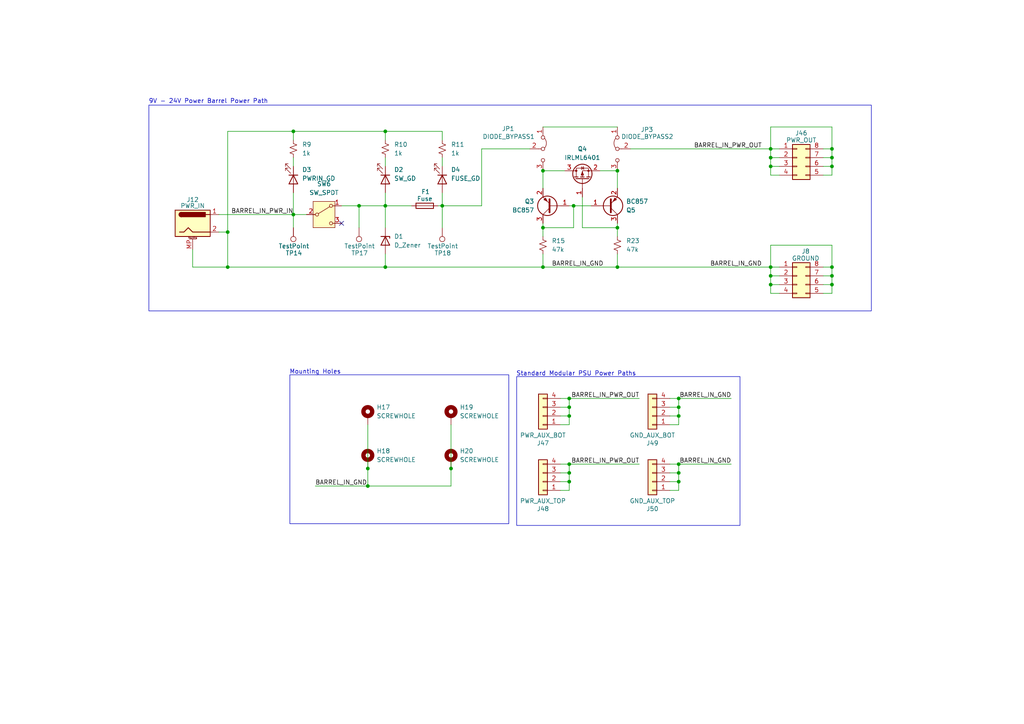
<source format=kicad_sch>
(kicad_sch
	(version 20250114)
	(generator "eeschema")
	(generator_version "9.0")
	(uuid "6cb4a107-dac0-4330-aa5f-6b1b56e3ea00")
	(paper "A4")
	(title_block
		(title "Modular PSU")
		(company "DanWave Design")
		(comment 1 "Design By: Daniel Manla")
		(comment 2 "Open Hardware")
	)
	(lib_symbols
		(symbol "Connector:Barrel_Jack_MountingPin"
			(pin_names
				(hide yes)
			)
			(exclude_from_sim no)
			(in_bom yes)
			(on_board yes)
			(property "Reference" "J"
				(at 0 5.334 0)
				(effects
					(font
						(size 1.27 1.27)
					)
				)
			)
			(property "Value" "Barrel_Jack_MountingPin"
				(at 1.27 -6.35 0)
				(effects
					(font
						(size 1.27 1.27)
					)
					(justify left)
				)
			)
			(property "Footprint" ""
				(at 1.27 -1.016 0)
				(effects
					(font
						(size 1.27 1.27)
					)
					(hide yes)
				)
			)
			(property "Datasheet" "~"
				(at 1.27 -1.016 0)
				(effects
					(font
						(size 1.27 1.27)
					)
					(hide yes)
				)
			)
			(property "Description" "DC Barrel Jack with a mounting pin"
				(at 0 0 0)
				(effects
					(font
						(size 1.27 1.27)
					)
					(hide yes)
				)
			)
			(property "ki_keywords" "DC power barrel jack connector"
				(at 0 0 0)
				(effects
					(font
						(size 1.27 1.27)
					)
					(hide yes)
				)
			)
			(property "ki_fp_filters" "BarrelJack*"
				(at 0 0 0)
				(effects
					(font
						(size 1.27 1.27)
					)
					(hide yes)
				)
			)
			(symbol "Barrel_Jack_MountingPin_0_1"
				(rectangle
					(start -5.08 3.81)
					(end 5.08 -3.81)
					(stroke
						(width 0.254)
						(type default)
					)
					(fill
						(type background)
					)
				)
				(polyline
					(pts
						(xy -3.81 -2.54) (xy -2.54 -2.54) (xy -1.27 -1.27) (xy 0 -2.54) (xy 2.54 -2.54) (xy 5.08 -2.54)
					)
					(stroke
						(width 0.254)
						(type default)
					)
					(fill
						(type none)
					)
				)
				(arc
					(start -3.302 1.905)
					(mid -3.9343 2.54)
					(end -3.302 3.175)
					(stroke
						(width 0.254)
						(type default)
					)
					(fill
						(type none)
					)
				)
				(arc
					(start -3.302 1.905)
					(mid -3.9343 2.54)
					(end -3.302 3.175)
					(stroke
						(width 0.254)
						(type default)
					)
					(fill
						(type outline)
					)
				)
				(rectangle
					(start 3.683 3.175)
					(end -3.302 1.905)
					(stroke
						(width 0.254)
						(type default)
					)
					(fill
						(type outline)
					)
				)
				(polyline
					(pts
						(xy 5.08 2.54) (xy 3.81 2.54)
					)
					(stroke
						(width 0.254)
						(type default)
					)
					(fill
						(type none)
					)
				)
			)
			(symbol "Barrel_Jack_MountingPin_1_1"
				(polyline
					(pts
						(xy -1.016 -4.572) (xy 1.016 -4.572)
					)
					(stroke
						(width 0.1524)
						(type default)
					)
					(fill
						(type none)
					)
				)
				(text "Mounting"
					(at 0 -4.191 0)
					(effects
						(font
							(size 0.381 0.381)
						)
					)
				)
				(pin passive line
					(at 0 -7.62 90)
					(length 3.048)
					(name "MountPin"
						(effects
							(font
								(size 1.27 1.27)
							)
						)
					)
					(number "MP"
						(effects
							(font
								(size 1.27 1.27)
							)
						)
					)
				)
				(pin passive line
					(at 7.62 2.54 180)
					(length 2.54)
					(name "~"
						(effects
							(font
								(size 1.27 1.27)
							)
						)
					)
					(number "1"
						(effects
							(font
								(size 1.27 1.27)
							)
						)
					)
				)
				(pin passive line
					(at 7.62 -2.54 180)
					(length 2.54)
					(name "~"
						(effects
							(font
								(size 1.27 1.27)
							)
						)
					)
					(number "2"
						(effects
							(font
								(size 1.27 1.27)
							)
						)
					)
				)
			)
			(embedded_fonts no)
		)
		(symbol "Connector:TestPoint"
			(pin_numbers
				(hide yes)
			)
			(pin_names
				(offset 0.762)
				(hide yes)
			)
			(exclude_from_sim no)
			(in_bom yes)
			(on_board yes)
			(property "Reference" "TP"
				(at 0 6.858 0)
				(effects
					(font
						(size 1.27 1.27)
					)
				)
			)
			(property "Value" "TestPoint"
				(at 0 5.08 0)
				(effects
					(font
						(size 1.27 1.27)
					)
				)
			)
			(property "Footprint" ""
				(at 5.08 0 0)
				(effects
					(font
						(size 1.27 1.27)
					)
					(hide yes)
				)
			)
			(property "Datasheet" "~"
				(at 5.08 0 0)
				(effects
					(font
						(size 1.27 1.27)
					)
					(hide yes)
				)
			)
			(property "Description" "test point"
				(at 0 0 0)
				(effects
					(font
						(size 1.27 1.27)
					)
					(hide yes)
				)
			)
			(property "ki_keywords" "test point tp"
				(at 0 0 0)
				(effects
					(font
						(size 1.27 1.27)
					)
					(hide yes)
				)
			)
			(property "ki_fp_filters" "Pin* Test*"
				(at 0 0 0)
				(effects
					(font
						(size 1.27 1.27)
					)
					(hide yes)
				)
			)
			(symbol "TestPoint_0_1"
				(circle
					(center 0 3.302)
					(radius 0.762)
					(stroke
						(width 0)
						(type default)
					)
					(fill
						(type none)
					)
				)
			)
			(symbol "TestPoint_1_1"
				(pin passive line
					(at 0 0 90)
					(length 2.54)
					(name "1"
						(effects
							(font
								(size 1.27 1.27)
							)
						)
					)
					(number "1"
						(effects
							(font
								(size 1.27 1.27)
							)
						)
					)
				)
			)
			(embedded_fonts no)
		)
		(symbol "Connector_Generic:Conn_01x04"
			(pin_names
				(offset 1.016)
				(hide yes)
			)
			(exclude_from_sim no)
			(in_bom yes)
			(on_board yes)
			(property "Reference" "J"
				(at 0 5.08 0)
				(effects
					(font
						(size 1.27 1.27)
					)
				)
			)
			(property "Value" "Conn_01x04"
				(at 0 -7.62 0)
				(effects
					(font
						(size 1.27 1.27)
					)
				)
			)
			(property "Footprint" ""
				(at 0 0 0)
				(effects
					(font
						(size 1.27 1.27)
					)
					(hide yes)
				)
			)
			(property "Datasheet" "~"
				(at 0 0 0)
				(effects
					(font
						(size 1.27 1.27)
					)
					(hide yes)
				)
			)
			(property "Description" "Generic connector, single row, 01x04, script generated (kicad-library-utils/schlib/autogen/connector/)"
				(at 0 0 0)
				(effects
					(font
						(size 1.27 1.27)
					)
					(hide yes)
				)
			)
			(property "ki_keywords" "connector"
				(at 0 0 0)
				(effects
					(font
						(size 1.27 1.27)
					)
					(hide yes)
				)
			)
			(property "ki_fp_filters" "Connector*:*_1x??_*"
				(at 0 0 0)
				(effects
					(font
						(size 1.27 1.27)
					)
					(hide yes)
				)
			)
			(symbol "Conn_01x04_1_1"
				(rectangle
					(start -1.27 3.81)
					(end 1.27 -6.35)
					(stroke
						(width 0.254)
						(type default)
					)
					(fill
						(type background)
					)
				)
				(rectangle
					(start -1.27 2.667)
					(end 0 2.413)
					(stroke
						(width 0.1524)
						(type default)
					)
					(fill
						(type none)
					)
				)
				(rectangle
					(start -1.27 0.127)
					(end 0 -0.127)
					(stroke
						(width 0.1524)
						(type default)
					)
					(fill
						(type none)
					)
				)
				(rectangle
					(start -1.27 -2.413)
					(end 0 -2.667)
					(stroke
						(width 0.1524)
						(type default)
					)
					(fill
						(type none)
					)
				)
				(rectangle
					(start -1.27 -4.953)
					(end 0 -5.207)
					(stroke
						(width 0.1524)
						(type default)
					)
					(fill
						(type none)
					)
				)
				(pin passive line
					(at -5.08 2.54 0)
					(length 3.81)
					(name "Pin_1"
						(effects
							(font
								(size 1.27 1.27)
							)
						)
					)
					(number "1"
						(effects
							(font
								(size 1.27 1.27)
							)
						)
					)
				)
				(pin passive line
					(at -5.08 0 0)
					(length 3.81)
					(name "Pin_2"
						(effects
							(font
								(size 1.27 1.27)
							)
						)
					)
					(number "2"
						(effects
							(font
								(size 1.27 1.27)
							)
						)
					)
				)
				(pin passive line
					(at -5.08 -2.54 0)
					(length 3.81)
					(name "Pin_3"
						(effects
							(font
								(size 1.27 1.27)
							)
						)
					)
					(number "3"
						(effects
							(font
								(size 1.27 1.27)
							)
						)
					)
				)
				(pin passive line
					(at -5.08 -5.08 0)
					(length 3.81)
					(name "Pin_4"
						(effects
							(font
								(size 1.27 1.27)
							)
						)
					)
					(number "4"
						(effects
							(font
								(size 1.27 1.27)
							)
						)
					)
				)
			)
			(embedded_fonts no)
		)
		(symbol "Connector_Generic:Conn_02x04_Counter_Clockwise"
			(pin_names
				(offset 1.016)
				(hide yes)
			)
			(exclude_from_sim no)
			(in_bom yes)
			(on_board yes)
			(property "Reference" "J"
				(at 1.27 5.08 0)
				(effects
					(font
						(size 1.27 1.27)
					)
				)
			)
			(property "Value" "Conn_02x04_Counter_Clockwise"
				(at 1.27 -7.62 0)
				(effects
					(font
						(size 1.27 1.27)
					)
				)
			)
			(property "Footprint" ""
				(at 0 0 0)
				(effects
					(font
						(size 1.27 1.27)
					)
					(hide yes)
				)
			)
			(property "Datasheet" "~"
				(at 0 0 0)
				(effects
					(font
						(size 1.27 1.27)
					)
					(hide yes)
				)
			)
			(property "Description" "Generic connector, double row, 02x04, counter clockwise pin numbering scheme (similar to DIP package numbering), script generated (kicad-library-utils/schlib/autogen/connector/)"
				(at 0 0 0)
				(effects
					(font
						(size 1.27 1.27)
					)
					(hide yes)
				)
			)
			(property "ki_keywords" "connector"
				(at 0 0 0)
				(effects
					(font
						(size 1.27 1.27)
					)
					(hide yes)
				)
			)
			(property "ki_fp_filters" "Connector*:*_2x??_*"
				(at 0 0 0)
				(effects
					(font
						(size 1.27 1.27)
					)
					(hide yes)
				)
			)
			(symbol "Conn_02x04_Counter_Clockwise_1_1"
				(rectangle
					(start -1.27 3.81)
					(end 3.81 -6.35)
					(stroke
						(width 0.254)
						(type default)
					)
					(fill
						(type background)
					)
				)
				(rectangle
					(start -1.27 2.667)
					(end 0 2.413)
					(stroke
						(width 0.1524)
						(type default)
					)
					(fill
						(type none)
					)
				)
				(rectangle
					(start -1.27 0.127)
					(end 0 -0.127)
					(stroke
						(width 0.1524)
						(type default)
					)
					(fill
						(type none)
					)
				)
				(rectangle
					(start -1.27 -2.413)
					(end 0 -2.667)
					(stroke
						(width 0.1524)
						(type default)
					)
					(fill
						(type none)
					)
				)
				(rectangle
					(start -1.27 -4.953)
					(end 0 -5.207)
					(stroke
						(width 0.1524)
						(type default)
					)
					(fill
						(type none)
					)
				)
				(rectangle
					(start 3.81 2.667)
					(end 2.54 2.413)
					(stroke
						(width 0.1524)
						(type default)
					)
					(fill
						(type none)
					)
				)
				(rectangle
					(start 3.81 0.127)
					(end 2.54 -0.127)
					(stroke
						(width 0.1524)
						(type default)
					)
					(fill
						(type none)
					)
				)
				(rectangle
					(start 3.81 -2.413)
					(end 2.54 -2.667)
					(stroke
						(width 0.1524)
						(type default)
					)
					(fill
						(type none)
					)
				)
				(rectangle
					(start 3.81 -4.953)
					(end 2.54 -5.207)
					(stroke
						(width 0.1524)
						(type default)
					)
					(fill
						(type none)
					)
				)
				(pin passive line
					(at -5.08 2.54 0)
					(length 3.81)
					(name "Pin_1"
						(effects
							(font
								(size 1.27 1.27)
							)
						)
					)
					(number "1"
						(effects
							(font
								(size 1.27 1.27)
							)
						)
					)
				)
				(pin passive line
					(at -5.08 0 0)
					(length 3.81)
					(name "Pin_2"
						(effects
							(font
								(size 1.27 1.27)
							)
						)
					)
					(number "2"
						(effects
							(font
								(size 1.27 1.27)
							)
						)
					)
				)
				(pin passive line
					(at -5.08 -2.54 0)
					(length 3.81)
					(name "Pin_3"
						(effects
							(font
								(size 1.27 1.27)
							)
						)
					)
					(number "3"
						(effects
							(font
								(size 1.27 1.27)
							)
						)
					)
				)
				(pin passive line
					(at -5.08 -5.08 0)
					(length 3.81)
					(name "Pin_4"
						(effects
							(font
								(size 1.27 1.27)
							)
						)
					)
					(number "4"
						(effects
							(font
								(size 1.27 1.27)
							)
						)
					)
				)
				(pin passive line
					(at 7.62 2.54 180)
					(length 3.81)
					(name "Pin_8"
						(effects
							(font
								(size 1.27 1.27)
							)
						)
					)
					(number "8"
						(effects
							(font
								(size 1.27 1.27)
							)
						)
					)
				)
				(pin passive line
					(at 7.62 0 180)
					(length 3.81)
					(name "Pin_7"
						(effects
							(font
								(size 1.27 1.27)
							)
						)
					)
					(number "7"
						(effects
							(font
								(size 1.27 1.27)
							)
						)
					)
				)
				(pin passive line
					(at 7.62 -2.54 180)
					(length 3.81)
					(name "Pin_6"
						(effects
							(font
								(size 1.27 1.27)
							)
						)
					)
					(number "6"
						(effects
							(font
								(size 1.27 1.27)
							)
						)
					)
				)
				(pin passive line
					(at 7.62 -5.08 180)
					(length 3.81)
					(name "Pin_5"
						(effects
							(font
								(size 1.27 1.27)
							)
						)
					)
					(number "5"
						(effects
							(font
								(size 1.27 1.27)
							)
						)
					)
				)
			)
			(embedded_fonts no)
		)
		(symbol "Device:D_Zener"
			(pin_numbers
				(hide yes)
			)
			(pin_names
				(offset 1.016)
				(hide yes)
			)
			(exclude_from_sim no)
			(in_bom yes)
			(on_board yes)
			(property "Reference" "D"
				(at 0 2.54 0)
				(effects
					(font
						(size 1.27 1.27)
					)
				)
			)
			(property "Value" "D_Zener"
				(at 0 -2.54 0)
				(effects
					(font
						(size 1.27 1.27)
					)
				)
			)
			(property "Footprint" ""
				(at 0 0 0)
				(effects
					(font
						(size 1.27 1.27)
					)
					(hide yes)
				)
			)
			(property "Datasheet" "~"
				(at 0 0 0)
				(effects
					(font
						(size 1.27 1.27)
					)
					(hide yes)
				)
			)
			(property "Description" "Zener diode"
				(at 0 0 0)
				(effects
					(font
						(size 1.27 1.27)
					)
					(hide yes)
				)
			)
			(property "ki_keywords" "diode"
				(at 0 0 0)
				(effects
					(font
						(size 1.27 1.27)
					)
					(hide yes)
				)
			)
			(property "ki_fp_filters" "TO-???* *_Diode_* *SingleDiode* D_*"
				(at 0 0 0)
				(effects
					(font
						(size 1.27 1.27)
					)
					(hide yes)
				)
			)
			(symbol "D_Zener_0_1"
				(polyline
					(pts
						(xy -1.27 -1.27) (xy -1.27 1.27) (xy -0.762 1.27)
					)
					(stroke
						(width 0.254)
						(type default)
					)
					(fill
						(type none)
					)
				)
				(polyline
					(pts
						(xy 1.27 0) (xy -1.27 0)
					)
					(stroke
						(width 0)
						(type default)
					)
					(fill
						(type none)
					)
				)
				(polyline
					(pts
						(xy 1.27 -1.27) (xy 1.27 1.27) (xy -1.27 0) (xy 1.27 -1.27)
					)
					(stroke
						(width 0.254)
						(type default)
					)
					(fill
						(type none)
					)
				)
			)
			(symbol "D_Zener_1_1"
				(pin passive line
					(at -3.81 0 0)
					(length 2.54)
					(name "K"
						(effects
							(font
								(size 1.27 1.27)
							)
						)
					)
					(number "1"
						(effects
							(font
								(size 1.27 1.27)
							)
						)
					)
				)
				(pin passive line
					(at 3.81 0 180)
					(length 2.54)
					(name "A"
						(effects
							(font
								(size 1.27 1.27)
							)
						)
					)
					(number "2"
						(effects
							(font
								(size 1.27 1.27)
							)
						)
					)
				)
			)
			(embedded_fonts no)
		)
		(symbol "Device:Fuse"
			(pin_numbers
				(hide yes)
			)
			(pin_names
				(offset 0)
			)
			(exclude_from_sim no)
			(in_bom yes)
			(on_board yes)
			(property "Reference" "F"
				(at 2.032 0 90)
				(effects
					(font
						(size 1.27 1.27)
					)
				)
			)
			(property "Value" "Fuse"
				(at -1.905 0 90)
				(effects
					(font
						(size 1.27 1.27)
					)
				)
			)
			(property "Footprint" ""
				(at -1.778 0 90)
				(effects
					(font
						(size 1.27 1.27)
					)
					(hide yes)
				)
			)
			(property "Datasheet" "~"
				(at 0 0 0)
				(effects
					(font
						(size 1.27 1.27)
					)
					(hide yes)
				)
			)
			(property "Description" "Fuse"
				(at 0 0 0)
				(effects
					(font
						(size 1.27 1.27)
					)
					(hide yes)
				)
			)
			(property "ki_keywords" "fuse"
				(at 0 0 0)
				(effects
					(font
						(size 1.27 1.27)
					)
					(hide yes)
				)
			)
			(property "ki_fp_filters" "*Fuse*"
				(at 0 0 0)
				(effects
					(font
						(size 1.27 1.27)
					)
					(hide yes)
				)
			)
			(symbol "Fuse_0_1"
				(rectangle
					(start -0.762 -2.54)
					(end 0.762 2.54)
					(stroke
						(width 0.254)
						(type default)
					)
					(fill
						(type none)
					)
				)
				(polyline
					(pts
						(xy 0 2.54) (xy 0 -2.54)
					)
					(stroke
						(width 0)
						(type default)
					)
					(fill
						(type none)
					)
				)
			)
			(symbol "Fuse_1_1"
				(pin passive line
					(at 0 3.81 270)
					(length 1.27)
					(name "~"
						(effects
							(font
								(size 1.27 1.27)
							)
						)
					)
					(number "1"
						(effects
							(font
								(size 1.27 1.27)
							)
						)
					)
				)
				(pin passive line
					(at 0 -3.81 90)
					(length 1.27)
					(name "~"
						(effects
							(font
								(size 1.27 1.27)
							)
						)
					)
					(number "2"
						(effects
							(font
								(size 1.27 1.27)
							)
						)
					)
				)
			)
			(embedded_fonts no)
		)
		(symbol "Device:LED"
			(pin_numbers
				(hide yes)
			)
			(pin_names
				(offset 1.016)
				(hide yes)
			)
			(exclude_from_sim no)
			(in_bom yes)
			(on_board yes)
			(property "Reference" "D"
				(at 0 2.54 0)
				(effects
					(font
						(size 1.27 1.27)
					)
				)
			)
			(property "Value" "LED"
				(at 0 -2.54 0)
				(effects
					(font
						(size 1.27 1.27)
					)
				)
			)
			(property "Footprint" ""
				(at 0 0 0)
				(effects
					(font
						(size 1.27 1.27)
					)
					(hide yes)
				)
			)
			(property "Datasheet" "~"
				(at 0 0 0)
				(effects
					(font
						(size 1.27 1.27)
					)
					(hide yes)
				)
			)
			(property "Description" "Light emitting diode"
				(at 0 0 0)
				(effects
					(font
						(size 1.27 1.27)
					)
					(hide yes)
				)
			)
			(property "Sim.Pins" "1=K 2=A"
				(at 0 0 0)
				(effects
					(font
						(size 1.27 1.27)
					)
					(hide yes)
				)
			)
			(property "ki_keywords" "LED diode"
				(at 0 0 0)
				(effects
					(font
						(size 1.27 1.27)
					)
					(hide yes)
				)
			)
			(property "ki_fp_filters" "LED* LED_SMD:* LED_THT:*"
				(at 0 0 0)
				(effects
					(font
						(size 1.27 1.27)
					)
					(hide yes)
				)
			)
			(symbol "LED_0_1"
				(polyline
					(pts
						(xy -3.048 -0.762) (xy -4.572 -2.286) (xy -3.81 -2.286) (xy -4.572 -2.286) (xy -4.572 -1.524)
					)
					(stroke
						(width 0)
						(type default)
					)
					(fill
						(type none)
					)
				)
				(polyline
					(pts
						(xy -1.778 -0.762) (xy -3.302 -2.286) (xy -2.54 -2.286) (xy -3.302 -2.286) (xy -3.302 -1.524)
					)
					(stroke
						(width 0)
						(type default)
					)
					(fill
						(type none)
					)
				)
				(polyline
					(pts
						(xy -1.27 0) (xy 1.27 0)
					)
					(stroke
						(width 0)
						(type default)
					)
					(fill
						(type none)
					)
				)
				(polyline
					(pts
						(xy -1.27 -1.27) (xy -1.27 1.27)
					)
					(stroke
						(width 0.254)
						(type default)
					)
					(fill
						(type none)
					)
				)
				(polyline
					(pts
						(xy 1.27 -1.27) (xy 1.27 1.27) (xy -1.27 0) (xy 1.27 -1.27)
					)
					(stroke
						(width 0.254)
						(type default)
					)
					(fill
						(type none)
					)
				)
			)
			(symbol "LED_1_1"
				(pin passive line
					(at -3.81 0 0)
					(length 2.54)
					(name "K"
						(effects
							(font
								(size 1.27 1.27)
							)
						)
					)
					(number "1"
						(effects
							(font
								(size 1.27 1.27)
							)
						)
					)
				)
				(pin passive line
					(at 3.81 0 180)
					(length 2.54)
					(name "A"
						(effects
							(font
								(size 1.27 1.27)
							)
						)
					)
					(number "2"
						(effects
							(font
								(size 1.27 1.27)
							)
						)
					)
				)
			)
			(embedded_fonts no)
		)
		(symbol "Device:R_Small_US"
			(pin_numbers
				(hide yes)
			)
			(pin_names
				(offset 0.254)
				(hide yes)
			)
			(exclude_from_sim no)
			(in_bom yes)
			(on_board yes)
			(property "Reference" "R"
				(at 0.762 0.508 0)
				(effects
					(font
						(size 1.27 1.27)
					)
					(justify left)
				)
			)
			(property "Value" "R_Small_US"
				(at 0.762 -1.016 0)
				(effects
					(font
						(size 1.27 1.27)
					)
					(justify left)
				)
			)
			(property "Footprint" ""
				(at 0 0 0)
				(effects
					(font
						(size 1.27 1.27)
					)
					(hide yes)
				)
			)
			(property "Datasheet" "~"
				(at 0 0 0)
				(effects
					(font
						(size 1.27 1.27)
					)
					(hide yes)
				)
			)
			(property "Description" "Resistor, small US symbol"
				(at 0 0 0)
				(effects
					(font
						(size 1.27 1.27)
					)
					(hide yes)
				)
			)
			(property "ki_keywords" "r resistor"
				(at 0 0 0)
				(effects
					(font
						(size 1.27 1.27)
					)
					(hide yes)
				)
			)
			(property "ki_fp_filters" "R_*"
				(at 0 0 0)
				(effects
					(font
						(size 1.27 1.27)
					)
					(hide yes)
				)
			)
			(symbol "R_Small_US_1_1"
				(polyline
					(pts
						(xy 0 1.524) (xy 1.016 1.143) (xy 0 0.762) (xy -1.016 0.381) (xy 0 0)
					)
					(stroke
						(width 0)
						(type default)
					)
					(fill
						(type none)
					)
				)
				(polyline
					(pts
						(xy 0 0) (xy 1.016 -0.381) (xy 0 -0.762) (xy -1.016 -1.143) (xy 0 -1.524)
					)
					(stroke
						(width 0)
						(type default)
					)
					(fill
						(type none)
					)
				)
				(pin passive line
					(at 0 2.54 270)
					(length 1.016)
					(name "~"
						(effects
							(font
								(size 1.27 1.27)
							)
						)
					)
					(number "1"
						(effects
							(font
								(size 1.27 1.27)
							)
						)
					)
				)
				(pin passive line
					(at 0 -2.54 90)
					(length 1.016)
					(name "~"
						(effects
							(font
								(size 1.27 1.27)
							)
						)
					)
					(number "2"
						(effects
							(font
								(size 1.27 1.27)
							)
						)
					)
				)
			)
			(embedded_fonts no)
		)
		(symbol "Jumper:Jumper_3_Bridged12"
			(pin_names
				(offset 0)
				(hide yes)
			)
			(exclude_from_sim yes)
			(in_bom no)
			(on_board yes)
			(property "Reference" "JP"
				(at -2.54 -2.54 0)
				(effects
					(font
						(size 1.27 1.27)
					)
				)
			)
			(property "Value" "Jumper_3_Bridged12"
				(at 0 2.794 0)
				(effects
					(font
						(size 1.27 1.27)
					)
				)
			)
			(property "Footprint" ""
				(at 0 0 0)
				(effects
					(font
						(size 1.27 1.27)
					)
					(hide yes)
				)
			)
			(property "Datasheet" "~"
				(at 0 0 0)
				(effects
					(font
						(size 1.27 1.27)
					)
					(hide yes)
				)
			)
			(property "Description" "Jumper, 3-pole, pins 1+2 closed/bridged"
				(at 0 0 0)
				(effects
					(font
						(size 1.27 1.27)
					)
					(hide yes)
				)
			)
			(property "ki_keywords" "Jumper SPDT"
				(at 0 0 0)
				(effects
					(font
						(size 1.27 1.27)
					)
					(hide yes)
				)
			)
			(property "ki_fp_filters" "Jumper* TestPoint*3Pads* TestPoint*Bridge*"
				(at 0 0 0)
				(effects
					(font
						(size 1.27 1.27)
					)
					(hide yes)
				)
			)
			(symbol "Jumper_3_Bridged12_0_0"
				(circle
					(center -3.302 0)
					(radius 0.508)
					(stroke
						(width 0)
						(type default)
					)
					(fill
						(type none)
					)
				)
				(circle
					(center 0 0)
					(radius 0.508)
					(stroke
						(width 0)
						(type default)
					)
					(fill
						(type none)
					)
				)
				(circle
					(center 3.302 0)
					(radius 0.508)
					(stroke
						(width 0)
						(type default)
					)
					(fill
						(type none)
					)
				)
			)
			(symbol "Jumper_3_Bridged12_0_1"
				(arc
					(start -3.048 0.508)
					(mid -1.651 0.9912)
					(end -0.254 0.508)
					(stroke
						(width 0)
						(type default)
					)
					(fill
						(type none)
					)
				)
				(polyline
					(pts
						(xy 0 -1.27) (xy 0 -0.508)
					)
					(stroke
						(width 0)
						(type default)
					)
					(fill
						(type none)
					)
				)
			)
			(symbol "Jumper_3_Bridged12_1_1"
				(pin passive line
					(at -6.35 0 0)
					(length 2.54)
					(name "A"
						(effects
							(font
								(size 1.27 1.27)
							)
						)
					)
					(number "1"
						(effects
							(font
								(size 1.27 1.27)
							)
						)
					)
				)
				(pin passive line
					(at 0 -3.81 90)
					(length 2.54)
					(name "C"
						(effects
							(font
								(size 1.27 1.27)
							)
						)
					)
					(number "2"
						(effects
							(font
								(size 1.27 1.27)
							)
						)
					)
				)
				(pin passive line
					(at 6.35 0 180)
					(length 2.54)
					(name "B"
						(effects
							(font
								(size 1.27 1.27)
							)
						)
					)
					(number "3"
						(effects
							(font
								(size 1.27 1.27)
							)
						)
					)
				)
			)
			(embedded_fonts no)
		)
		(symbol "Mechanical:MountingHole_Pad"
			(pin_numbers
				(hide yes)
			)
			(pin_names
				(offset 1.016)
				(hide yes)
			)
			(exclude_from_sim yes)
			(in_bom no)
			(on_board yes)
			(property "Reference" "H"
				(at 0 6.35 0)
				(effects
					(font
						(size 1.27 1.27)
					)
				)
			)
			(property "Value" "MountingHole_Pad"
				(at 0 4.445 0)
				(effects
					(font
						(size 1.27 1.27)
					)
				)
			)
			(property "Footprint" ""
				(at 0 0 0)
				(effects
					(font
						(size 1.27 1.27)
					)
					(hide yes)
				)
			)
			(property "Datasheet" "~"
				(at 0 0 0)
				(effects
					(font
						(size 1.27 1.27)
					)
					(hide yes)
				)
			)
			(property "Description" "Mounting Hole with connection"
				(at 0 0 0)
				(effects
					(font
						(size 1.27 1.27)
					)
					(hide yes)
				)
			)
			(property "ki_keywords" "mounting hole"
				(at 0 0 0)
				(effects
					(font
						(size 1.27 1.27)
					)
					(hide yes)
				)
			)
			(property "ki_fp_filters" "MountingHole*Pad*"
				(at 0 0 0)
				(effects
					(font
						(size 1.27 1.27)
					)
					(hide yes)
				)
			)
			(symbol "MountingHole_Pad_0_1"
				(circle
					(center 0 1.27)
					(radius 1.27)
					(stroke
						(width 1.27)
						(type default)
					)
					(fill
						(type none)
					)
				)
			)
			(symbol "MountingHole_Pad_1_1"
				(pin input line
					(at 0 -2.54 90)
					(length 2.54)
					(name "1"
						(effects
							(font
								(size 1.27 1.27)
							)
						)
					)
					(number "1"
						(effects
							(font
								(size 1.27 1.27)
							)
						)
					)
				)
			)
			(embedded_fonts no)
		)
		(symbol "Switch:SW_SPDT"
			(pin_names
				(offset 0)
				(hide yes)
			)
			(exclude_from_sim no)
			(in_bom yes)
			(on_board yes)
			(property "Reference" "SW"
				(at 0 5.08 0)
				(effects
					(font
						(size 1.27 1.27)
					)
				)
			)
			(property "Value" "SW_SPDT"
				(at 0 -5.08 0)
				(effects
					(font
						(size 1.27 1.27)
					)
				)
			)
			(property "Footprint" ""
				(at 0 0 0)
				(effects
					(font
						(size 1.27 1.27)
					)
					(hide yes)
				)
			)
			(property "Datasheet" "~"
				(at 0 -7.62 0)
				(effects
					(font
						(size 1.27 1.27)
					)
					(hide yes)
				)
			)
			(property "Description" "Switch, single pole double throw"
				(at 0 0 0)
				(effects
					(font
						(size 1.27 1.27)
					)
					(hide yes)
				)
			)
			(property "ki_keywords" "switch single-pole double-throw spdt ON-ON"
				(at 0 0 0)
				(effects
					(font
						(size 1.27 1.27)
					)
					(hide yes)
				)
			)
			(symbol "SW_SPDT_0_1"
				(circle
					(center -2.032 0)
					(radius 0.4572)
					(stroke
						(width 0)
						(type default)
					)
					(fill
						(type none)
					)
				)
				(polyline
					(pts
						(xy -1.651 0.254) (xy 1.651 2.286)
					)
					(stroke
						(width 0)
						(type default)
					)
					(fill
						(type none)
					)
				)
				(circle
					(center 2.032 2.54)
					(radius 0.4572)
					(stroke
						(width 0)
						(type default)
					)
					(fill
						(type none)
					)
				)
				(circle
					(center 2.032 -2.54)
					(radius 0.4572)
					(stroke
						(width 0)
						(type default)
					)
					(fill
						(type none)
					)
				)
			)
			(symbol "SW_SPDT_1_1"
				(rectangle
					(start -3.175 3.81)
					(end 3.175 -3.81)
					(stroke
						(width 0)
						(type default)
					)
					(fill
						(type background)
					)
				)
				(pin passive line
					(at -5.08 0 0)
					(length 2.54)
					(name "B"
						(effects
							(font
								(size 1.27 1.27)
							)
						)
					)
					(number "2"
						(effects
							(font
								(size 1.27 1.27)
							)
						)
					)
				)
				(pin passive line
					(at 5.08 2.54 180)
					(length 2.54)
					(name "A"
						(effects
							(font
								(size 1.27 1.27)
							)
						)
					)
					(number "1"
						(effects
							(font
								(size 1.27 1.27)
							)
						)
					)
				)
				(pin passive line
					(at 5.08 -2.54 180)
					(length 2.54)
					(name "C"
						(effects
							(font
								(size 1.27 1.27)
							)
						)
					)
					(number "3"
						(effects
							(font
								(size 1.27 1.27)
							)
						)
					)
				)
			)
			(embedded_fonts no)
		)
		(symbol "Transistor_BJT:BC857"
			(pin_names
				(offset 0)
				(hide yes)
			)
			(exclude_from_sim no)
			(in_bom yes)
			(on_board yes)
			(property "Reference" "Q"
				(at 5.08 1.905 0)
				(effects
					(font
						(size 1.27 1.27)
					)
					(justify left)
				)
			)
			(property "Value" "BC857"
				(at 5.08 0 0)
				(effects
					(font
						(size 1.27 1.27)
					)
					(justify left)
				)
			)
			(property "Footprint" "Package_TO_SOT_SMD:SOT-23"
				(at 5.08 -1.905 0)
				(effects
					(font
						(size 1.27 1.27)
						(italic yes)
					)
					(justify left)
					(hide yes)
				)
			)
			(property "Datasheet" "https://www.onsemi.com/pub/Collateral/BC860-D.pdf"
				(at 0 0 0)
				(effects
					(font
						(size 1.27 1.27)
					)
					(justify left)
					(hide yes)
				)
			)
			(property "Description" "0.1A Ic, 45V Vce, PNP Transistor, SOT-23"
				(at 0 0 0)
				(effects
					(font
						(size 1.27 1.27)
					)
					(hide yes)
				)
			)
			(property "ki_keywords" "PNP transistor"
				(at 0 0 0)
				(effects
					(font
						(size 1.27 1.27)
					)
					(hide yes)
				)
			)
			(property "ki_fp_filters" "SOT?23*"
				(at 0 0 0)
				(effects
					(font
						(size 1.27 1.27)
					)
					(hide yes)
				)
			)
			(symbol "BC857_0_1"
				(polyline
					(pts
						(xy -2.54 0) (xy 0.635 0)
					)
					(stroke
						(width 0)
						(type default)
					)
					(fill
						(type none)
					)
				)
				(polyline
					(pts
						(xy 0.635 1.905) (xy 0.635 -1.905)
					)
					(stroke
						(width 0.508)
						(type default)
					)
					(fill
						(type none)
					)
				)
				(polyline
					(pts
						(xy 0.635 0.635) (xy 2.54 2.54)
					)
					(stroke
						(width 0)
						(type default)
					)
					(fill
						(type none)
					)
				)
				(polyline
					(pts
						(xy 0.635 -0.635) (xy 2.54 -2.54)
					)
					(stroke
						(width 0)
						(type default)
					)
					(fill
						(type none)
					)
				)
				(circle
					(center 1.27 0)
					(radius 2.8194)
					(stroke
						(width 0.254)
						(type default)
					)
					(fill
						(type none)
					)
				)
				(polyline
					(pts
						(xy 2.286 -1.778) (xy 1.778 -2.286) (xy 1.27 -1.27) (xy 2.286 -1.778)
					)
					(stroke
						(width 0)
						(type default)
					)
					(fill
						(type outline)
					)
				)
			)
			(symbol "BC857_1_1"
				(pin input line
					(at -5.08 0 0)
					(length 2.54)
					(name "B"
						(effects
							(font
								(size 1.27 1.27)
							)
						)
					)
					(number "1"
						(effects
							(font
								(size 1.27 1.27)
							)
						)
					)
				)
				(pin passive line
					(at 2.54 5.08 270)
					(length 2.54)
					(name "C"
						(effects
							(font
								(size 1.27 1.27)
							)
						)
					)
					(number "3"
						(effects
							(font
								(size 1.27 1.27)
							)
						)
					)
				)
				(pin passive line
					(at 2.54 -5.08 90)
					(length 2.54)
					(name "E"
						(effects
							(font
								(size 1.27 1.27)
							)
						)
					)
					(number "2"
						(effects
							(font
								(size 1.27 1.27)
							)
						)
					)
				)
			)
			(embedded_fonts no)
		)
		(symbol "Transistor_FET:IRLML6401"
			(pin_names
				(hide yes)
			)
			(exclude_from_sim no)
			(in_bom yes)
			(on_board yes)
			(property "Reference" "Q"
				(at 5.08 1.905 0)
				(effects
					(font
						(size 1.27 1.27)
					)
					(justify left)
				)
			)
			(property "Value" "IRLML6401"
				(at 5.08 0 0)
				(effects
					(font
						(size 1.27 1.27)
					)
					(justify left)
				)
			)
			(property "Footprint" "Package_TO_SOT_SMD:SOT-23"
				(at 5.08 -1.905 0)
				(effects
					(font
						(size 1.27 1.27)
						(italic yes)
					)
					(justify left)
					(hide yes)
				)
			)
			(property "Datasheet" "https://www.infineon.com/dgdl/irlml6401pbf.pdf?fileId=5546d462533600a401535668b96d2634"
				(at 5.08 -3.81 0)
				(effects
					(font
						(size 1.27 1.27)
					)
					(justify left)
					(hide yes)
				)
			)
			(property "Description" "-4.3A Id, -12V Vds, 50mOhm Rds, P-Channel HEXFET Power MOSFET, SOT-23"
				(at 0 0 0)
				(effects
					(font
						(size 1.27 1.27)
					)
					(hide yes)
				)
			)
			(property "ki_keywords" "P-Channel HEXFET MOSFET Logic-Level"
				(at 0 0 0)
				(effects
					(font
						(size 1.27 1.27)
					)
					(hide yes)
				)
			)
			(property "ki_fp_filters" "SOT?23*"
				(at 0 0 0)
				(effects
					(font
						(size 1.27 1.27)
					)
					(hide yes)
				)
			)
			(symbol "IRLML6401_0_1"
				(polyline
					(pts
						(xy 0.254 1.905) (xy 0.254 -1.905)
					)
					(stroke
						(width 0.254)
						(type default)
					)
					(fill
						(type none)
					)
				)
				(polyline
					(pts
						(xy 0.254 0) (xy -2.54 0)
					)
					(stroke
						(width 0)
						(type default)
					)
					(fill
						(type none)
					)
				)
				(polyline
					(pts
						(xy 0.762 2.286) (xy 0.762 1.27)
					)
					(stroke
						(width 0.254)
						(type default)
					)
					(fill
						(type none)
					)
				)
				(polyline
					(pts
						(xy 0.762 1.778) (xy 3.302 1.778) (xy 3.302 -1.778) (xy 0.762 -1.778)
					)
					(stroke
						(width 0)
						(type default)
					)
					(fill
						(type none)
					)
				)
				(polyline
					(pts
						(xy 0.762 0.508) (xy 0.762 -0.508)
					)
					(stroke
						(width 0.254)
						(type default)
					)
					(fill
						(type none)
					)
				)
				(polyline
					(pts
						(xy 0.762 -1.27) (xy 0.762 -2.286)
					)
					(stroke
						(width 0.254)
						(type default)
					)
					(fill
						(type none)
					)
				)
				(circle
					(center 1.651 0)
					(radius 2.794)
					(stroke
						(width 0.254)
						(type default)
					)
					(fill
						(type none)
					)
				)
				(polyline
					(pts
						(xy 2.286 0) (xy 1.27 0.381) (xy 1.27 -0.381) (xy 2.286 0)
					)
					(stroke
						(width 0)
						(type default)
					)
					(fill
						(type outline)
					)
				)
				(polyline
					(pts
						(xy 2.54 2.54) (xy 2.54 1.778)
					)
					(stroke
						(width 0)
						(type default)
					)
					(fill
						(type none)
					)
				)
				(circle
					(center 2.54 1.778)
					(radius 0.254)
					(stroke
						(width 0)
						(type default)
					)
					(fill
						(type outline)
					)
				)
				(circle
					(center 2.54 -1.778)
					(radius 0.254)
					(stroke
						(width 0)
						(type default)
					)
					(fill
						(type outline)
					)
				)
				(polyline
					(pts
						(xy 2.54 -2.54) (xy 2.54 0) (xy 0.762 0)
					)
					(stroke
						(width 0)
						(type default)
					)
					(fill
						(type none)
					)
				)
				(polyline
					(pts
						(xy 2.794 -0.508) (xy 2.921 -0.381) (xy 3.683 -0.381) (xy 3.81 -0.254)
					)
					(stroke
						(width 0)
						(type default)
					)
					(fill
						(type none)
					)
				)
				(polyline
					(pts
						(xy 3.302 -0.381) (xy 2.921 0.254) (xy 3.683 0.254) (xy 3.302 -0.381)
					)
					(stroke
						(width 0)
						(type default)
					)
					(fill
						(type none)
					)
				)
			)
			(symbol "IRLML6401_1_1"
				(pin input line
					(at -5.08 0 0)
					(length 2.54)
					(name "G"
						(effects
							(font
								(size 1.27 1.27)
							)
						)
					)
					(number "1"
						(effects
							(font
								(size 1.27 1.27)
							)
						)
					)
				)
				(pin passive line
					(at 2.54 5.08 270)
					(length 2.54)
					(name "D"
						(effects
							(font
								(size 1.27 1.27)
							)
						)
					)
					(number "3"
						(effects
							(font
								(size 1.27 1.27)
							)
						)
					)
				)
				(pin passive line
					(at 2.54 -5.08 90)
					(length 2.54)
					(name "S"
						(effects
							(font
								(size 1.27 1.27)
							)
						)
					)
					(number "2"
						(effects
							(font
								(size 1.27 1.27)
							)
						)
					)
				)
			)
			(embedded_fonts no)
		)
	)
	(rectangle
		(start 84.074 108.712)
		(end 147.574 151.892)
		(stroke
			(width 0)
			(type default)
		)
		(fill
			(type none)
		)
		(uuid 2c4c1ea3-68ce-417d-80d0-39c361795748)
	)
	(rectangle
		(start 149.86 109.22)
		(end 214.63 152.4)
		(stroke
			(width 0)
			(type default)
		)
		(fill
			(type none)
		)
		(uuid 52982e8e-50f8-4c6a-9585-693bf67061b5)
	)
	(rectangle
		(start 43.18 30.48)
		(end 252.73 90.17)
		(stroke
			(width 0)
			(type default)
		)
		(fill
			(type none)
		)
		(uuid 7a206bb7-9877-429b-896c-1b311f4e1592)
	)
	(text "Mounting Holes"
		(exclude_from_sim no)
		(at 91.44 107.95 0)
		(effects
			(font
				(size 1.27 1.27)
			)
		)
		(uuid "2c4e22ad-901b-4cc9-b6e0-901aa9ae9e2c")
	)
	(text "9V - 24V Power Barrel Power Path"
		(exclude_from_sim no)
		(at 60.452 29.464 0)
		(effects
			(font
				(size 1.27 1.27)
			)
		)
		(uuid "405c971e-db22-4f65-bac2-6ea2fda7ed24")
	)
	(text "Standard Modular PSU Power Paths"
		(exclude_from_sim no)
		(at 167.132 108.458 0)
		(effects
			(font
				(size 1.27 1.27)
			)
		)
		(uuid "aa9dbe45-22e0-47f8-ae59-ea0b2f1c12a3")
	)
	(junction
		(at 223.52 45.72)
		(diameter 0)
		(color 0 0 0 0)
		(uuid "038eb46e-4913-4fd9-931c-0754365af22f")
	)
	(junction
		(at 241.3 82.55)
		(diameter 0)
		(color 0 0 0 0)
		(uuid "043e2bf4-4a78-46cf-bfe3-854bb37e17ad")
	)
	(junction
		(at 165.1 120.65)
		(diameter 0)
		(color 0 0 0 0)
		(uuid "0a82ac42-bf7d-4c48-8f3f-69ccd35d0f8a")
	)
	(junction
		(at 223.52 48.26)
		(diameter 0)
		(color 0 0 0 0)
		(uuid "0eb44b71-1f48-428a-8f50-412d2db1b75e")
	)
	(junction
		(at 165.1 137.16)
		(diameter 0)
		(color 0 0 0 0)
		(uuid "0f1c4658-faad-44d3-9511-a87000847187")
	)
	(junction
		(at 111.76 38.1)
		(diameter 0)
		(color 0 0 0 0)
		(uuid "13e97dbe-da8a-4671-a133-e882635c854c")
	)
	(junction
		(at 157.48 77.47)
		(diameter 0)
		(color 0 0 0 0)
		(uuid "155f9e96-f427-4d9b-ae91-6c3bc75ac9df")
	)
	(junction
		(at 157.48 66.04)
		(diameter 0)
		(color 0 0 0 0)
		(uuid "1bde0781-82c2-49e6-a454-85545a639023")
	)
	(junction
		(at 157.48 49.53)
		(diameter 0)
		(color 0 0 0 0)
		(uuid "28d4ff76-42a3-4b98-9388-ad90312d4247")
	)
	(junction
		(at 196.85 115.57)
		(diameter 0)
		(color 0 0 0 0)
		(uuid "2901b9c0-e97d-4845-80d8-f5cf6fe11f29")
	)
	(junction
		(at 179.07 77.47)
		(diameter 0)
		(color 0 0 0 0)
		(uuid "2d74c8c2-9ef1-4436-aecf-6b413baa02ad")
	)
	(junction
		(at 196.85 134.62)
		(diameter 0)
		(color 0 0 0 0)
		(uuid "33f692d1-dd96-4885-9bf3-225479e56eb8")
	)
	(junction
		(at 111.76 77.47)
		(diameter 0)
		(color 0 0 0 0)
		(uuid "369d9761-e954-4605-b111-c45828701ad3")
	)
	(junction
		(at 104.14 59.69)
		(diameter 0)
		(color 0 0 0 0)
		(uuid "38593d32-f138-405d-b6b4-682d1246c2cf")
	)
	(junction
		(at 179.07 49.53)
		(diameter 0)
		(color 0 0 0 0)
		(uuid "39dd85fb-2308-424f-90a8-f0fc012cc823")
	)
	(junction
		(at 223.52 80.01)
		(diameter 0)
		(color 0 0 0 0)
		(uuid "39f60bfa-f5bd-44d4-adf5-e8f8ff82f49c")
	)
	(junction
		(at 223.52 77.47)
		(diameter 0)
		(color 0 0 0 0)
		(uuid "3b332ed2-3bfa-4423-8d09-40fd089a5922")
	)
	(junction
		(at 165.1 118.11)
		(diameter 0)
		(color 0 0 0 0)
		(uuid "3df07569-e0e6-4624-8758-2cc316a6406f")
	)
	(junction
		(at 179.07 66.04)
		(diameter 0)
		(color 0 0 0 0)
		(uuid "40d4b5de-e67e-47f9-91ca-c642c62f1df5")
	)
	(junction
		(at 66.04 77.47)
		(diameter 0)
		(color 0 0 0 0)
		(uuid "44e7b254-74c2-4ad1-8fc8-1ac69078bde9")
	)
	(junction
		(at 196.85 137.16)
		(diameter 0)
		(color 0 0 0 0)
		(uuid "532d8da2-d82d-42b0-b895-539b57e92efe")
	)
	(junction
		(at 241.3 80.01)
		(diameter 0)
		(color 0 0 0 0)
		(uuid "63ac3e45-1e14-4add-a9c7-5e0745844125")
	)
	(junction
		(at 165.1 115.57)
		(diameter 0)
		(color 0 0 0 0)
		(uuid "7728043a-d45f-4d26-8a9c-631df22b7a05")
	)
	(junction
		(at 241.3 48.26)
		(diameter 0)
		(color 0 0 0 0)
		(uuid "7837c517-65e9-48ca-b8ab-df16118bb6b8")
	)
	(junction
		(at 165.1 134.62)
		(diameter 0)
		(color 0 0 0 0)
		(uuid "7b5d4df3-4748-426e-b4d1-04bec9cba3c8")
	)
	(junction
		(at 196.85 118.11)
		(diameter 0)
		(color 0 0 0 0)
		(uuid "88d6b434-f65a-4461-b261-b71d84dd882d")
	)
	(junction
		(at 196.85 120.65)
		(diameter 0)
		(color 0 0 0 0)
		(uuid "95574a03-7af5-4be8-883a-008bc166cc51")
	)
	(junction
		(at 165.1 139.7)
		(diameter 0)
		(color 0 0 0 0)
		(uuid "98c1ccbb-8b2e-4f8c-8dae-1d06697df657")
	)
	(junction
		(at 223.52 82.55)
		(diameter 0)
		(color 0 0 0 0)
		(uuid "9d807432-0c7b-4f76-bf1f-25a1108a99e5")
	)
	(junction
		(at 85.09 62.23)
		(diameter 0)
		(color 0 0 0 0)
		(uuid "9e712152-b660-4e83-9908-cbd88dcd1955")
	)
	(junction
		(at 85.09 38.1)
		(diameter 0)
		(color 0 0 0 0)
		(uuid "9ea90f19-2533-4b4b-8b83-e4efda3f159f")
	)
	(junction
		(at 111.76 59.69)
		(diameter 0)
		(color 0 0 0 0)
		(uuid "a6db0c4a-047c-4688-b3c2-006d98d55cf3")
	)
	(junction
		(at 241.3 43.18)
		(diameter 0)
		(color 0 0 0 0)
		(uuid "aa0b1753-064c-4fb8-b0ef-b0fcada474dc")
	)
	(junction
		(at 128.27 59.69)
		(diameter 0)
		(color 0 0 0 0)
		(uuid "abf6527a-2d51-4fc1-8119-4aa107c55bae")
	)
	(junction
		(at 196.85 139.7)
		(diameter 0)
		(color 0 0 0 0)
		(uuid "ac3ada91-0a2f-45bb-83e6-d32286f5975f")
	)
	(junction
		(at 241.3 77.47)
		(diameter 0)
		(color 0 0 0 0)
		(uuid "b7d671a0-0072-4886-9e5e-68ea0715443b")
	)
	(junction
		(at 106.68 140.97)
		(diameter 0)
		(color 0 0 0 0)
		(uuid "b8efa7f8-b21d-4e7c-8174-7c37eb8b2446")
	)
	(junction
		(at 223.52 43.18)
		(diameter 0)
		(color 0 0 0 0)
		(uuid "bb5ff680-22b2-4f82-b534-2974ed0f17af")
	)
	(junction
		(at 130.81 135.89)
		(diameter 0)
		(color 0 0 0 0)
		(uuid "c79ecc15-129a-46ea-9bbf-e91c501edd96")
	)
	(junction
		(at 166.37 59.69)
		(diameter 0)
		(color 0 0 0 0)
		(uuid "d380d5a8-2746-4565-a4a2-96d80c950040")
	)
	(junction
		(at 66.04 67.31)
		(diameter 0)
		(color 0 0 0 0)
		(uuid "eb448b85-9db7-49a6-bd0f-7d1a742f7ec4")
	)
	(junction
		(at 106.68 135.89)
		(diameter 0)
		(color 0 0 0 0)
		(uuid "ecdb88b6-b8ea-4b9b-bea6-a875befbd305")
	)
	(junction
		(at 241.3 45.72)
		(diameter 0)
		(color 0 0 0 0)
		(uuid "f0b1e5d7-4581-4dfe-81ee-0975879ac258")
	)
	(no_connect
		(at 99.06 64.77)
		(uuid "ced0eae5-f8c4-493b-ac10-b50a429963d4")
	)
	(wire
		(pts
			(xy 223.52 50.8) (xy 223.52 48.26)
		)
		(stroke
			(width 0)
			(type default)
		)
		(uuid "01e16241-acb4-46a7-8d10-6947658ee7de")
	)
	(wire
		(pts
			(xy 111.76 59.69) (xy 111.76 66.04)
		)
		(stroke
			(width 0)
			(type default)
		)
		(uuid "01fae8aa-203c-4ade-9ea8-dd33422167b9")
	)
	(wire
		(pts
			(xy 157.48 36.83) (xy 179.07 36.83)
		)
		(stroke
			(width 0)
			(type default)
		)
		(uuid "02f4921f-62ba-4389-a40d-24b9ff7a79b1")
	)
	(wire
		(pts
			(xy 241.3 36.83) (xy 241.3 43.18)
		)
		(stroke
			(width 0)
			(type default)
		)
		(uuid "0a91e85c-23ca-43b9-9f30-b39b858fec93")
	)
	(wire
		(pts
			(xy 104.14 59.69) (xy 111.76 59.69)
		)
		(stroke
			(width 0)
			(type default)
		)
		(uuid "0b4c218f-4b87-40e8-8509-54d71716874b")
	)
	(wire
		(pts
			(xy 66.04 38.1) (xy 85.09 38.1)
		)
		(stroke
			(width 0)
			(type default)
		)
		(uuid "12c5af2b-077a-4250-9c6f-c469d4244a98")
	)
	(wire
		(pts
			(xy 223.52 82.55) (xy 223.52 80.01)
		)
		(stroke
			(width 0)
			(type default)
		)
		(uuid "14d41c4a-0807-4af6-b489-e77a65bc89dd")
	)
	(wire
		(pts
			(xy 168.91 66.04) (xy 168.91 57.15)
		)
		(stroke
			(width 0)
			(type default)
		)
		(uuid "1c27c67b-bf21-4489-96dd-8d91f7d529bf")
	)
	(wire
		(pts
			(xy 130.81 140.97) (xy 130.81 135.89)
		)
		(stroke
			(width 0)
			(type default)
		)
		(uuid "223c27fd-32c4-47e4-bea2-75d2e023970a")
	)
	(wire
		(pts
			(xy 196.85 118.11) (xy 196.85 115.57)
		)
		(stroke
			(width 0)
			(type default)
		)
		(uuid "244d2201-2435-411b-b1a8-2c4e62106834")
	)
	(wire
		(pts
			(xy 238.76 45.72) (xy 241.3 45.72)
		)
		(stroke
			(width 0)
			(type default)
		)
		(uuid "24ed62a6-7a14-4bab-bc4e-85dad0aa86d4")
	)
	(wire
		(pts
			(xy 165.1 123.19) (xy 165.1 120.65)
		)
		(stroke
			(width 0)
			(type default)
		)
		(uuid "26fb6356-685d-4b78-a4bb-dcd86b57707e")
	)
	(wire
		(pts
			(xy 179.07 54.61) (xy 179.07 49.53)
		)
		(stroke
			(width 0)
			(type default)
		)
		(uuid "296d34da-b11c-4ecd-9d9f-fff5ea10d784")
	)
	(wire
		(pts
			(xy 111.76 73.66) (xy 111.76 77.47)
		)
		(stroke
			(width 0)
			(type default)
		)
		(uuid "2d6b7b39-5eca-4adc-bf0a-aea78fd52990")
	)
	(wire
		(pts
			(xy 223.52 77.47) (xy 223.52 71.12)
		)
		(stroke
			(width 0)
			(type default)
		)
		(uuid "2d79e5bf-0624-4e0c-b4e6-5fd53975acf3")
	)
	(wire
		(pts
			(xy 194.31 120.65) (xy 196.85 120.65)
		)
		(stroke
			(width 0)
			(type default)
		)
		(uuid "315e3526-488d-4478-bbeb-6603ed2716ea")
	)
	(wire
		(pts
			(xy 162.56 134.62) (xy 165.1 134.62)
		)
		(stroke
			(width 0)
			(type default)
		)
		(uuid "31d98714-5185-418a-99cf-1c42f0b6d780")
	)
	(wire
		(pts
			(xy 223.52 85.09) (xy 223.52 82.55)
		)
		(stroke
			(width 0)
			(type default)
		)
		(uuid "3304aa06-d794-4f5a-9175-63f23533ca12")
	)
	(wire
		(pts
			(xy 223.52 80.01) (xy 223.52 77.47)
		)
		(stroke
			(width 0)
			(type default)
		)
		(uuid "33438499-30e2-4db7-8e50-3548f999388c")
	)
	(wire
		(pts
			(xy 157.48 77.47) (xy 179.07 77.47)
		)
		(stroke
			(width 0)
			(type default)
		)
		(uuid "370fd5b6-fa6f-4652-8c21-97ece45e03af")
	)
	(wire
		(pts
			(xy 179.07 77.47) (xy 179.07 73.66)
		)
		(stroke
			(width 0)
			(type default)
		)
		(uuid "3bc21c7b-ef27-42fd-84cc-646c9df44d07")
	)
	(wire
		(pts
			(xy 194.31 134.62) (xy 196.85 134.62)
		)
		(stroke
			(width 0)
			(type default)
		)
		(uuid "3e017db6-a660-4b54-97d9-d618f9f19470")
	)
	(wire
		(pts
			(xy 196.85 134.62) (xy 212.09 134.62)
		)
		(stroke
			(width 0)
			(type default)
		)
		(uuid "3e3e3713-5db5-43c6-814c-622c10b07793")
	)
	(wire
		(pts
			(xy 99.06 59.69) (xy 104.14 59.69)
		)
		(stroke
			(width 0)
			(type default)
		)
		(uuid "3fd61b53-8a09-4628-9200-040392e0fbe0")
	)
	(wire
		(pts
			(xy 223.52 43.18) (xy 223.52 36.83)
		)
		(stroke
			(width 0)
			(type default)
		)
		(uuid "405229c7-9b6b-471f-b7c6-273653c0edfa")
	)
	(wire
		(pts
			(xy 85.09 45.72) (xy 85.09 48.26)
		)
		(stroke
			(width 0)
			(type default)
		)
		(uuid "47f4cfe2-fbd5-490e-bc4d-6d273fba2b1c")
	)
	(wire
		(pts
			(xy 194.31 115.57) (xy 196.85 115.57)
		)
		(stroke
			(width 0)
			(type default)
		)
		(uuid "49e092f5-2c1d-44eb-abde-b7d0f9ba94cd")
	)
	(wire
		(pts
			(xy 157.48 49.53) (xy 163.83 49.53)
		)
		(stroke
			(width 0)
			(type default)
		)
		(uuid "4aa03820-45ef-4f6c-9e9a-6d6c6b8430db")
	)
	(wire
		(pts
			(xy 63.5 62.23) (xy 85.09 62.23)
		)
		(stroke
			(width 0)
			(type default)
		)
		(uuid "4aa991be-d9e6-4eb7-948c-8200beb36ae3")
	)
	(wire
		(pts
			(xy 139.7 43.18) (xy 153.67 43.18)
		)
		(stroke
			(width 0)
			(type default)
		)
		(uuid "4ba96fcf-b24a-43f1-b08b-255e782cb878")
	)
	(wire
		(pts
			(xy 241.3 45.72) (xy 241.3 43.18)
		)
		(stroke
			(width 0)
			(type default)
		)
		(uuid "4cedfcb1-e2dd-46db-8aaa-3c70c07d5f5f")
	)
	(wire
		(pts
			(xy 165.1 142.24) (xy 165.1 139.7)
		)
		(stroke
			(width 0)
			(type default)
		)
		(uuid "4d4cbc8c-7ec6-4af4-bfc8-f91abb43556b")
	)
	(wire
		(pts
			(xy 130.81 135.89) (xy 130.81 123.19)
		)
		(stroke
			(width 0)
			(type default)
		)
		(uuid "4eb55a63-0989-423e-a04d-324715cf97b7")
	)
	(wire
		(pts
			(xy 194.31 137.16) (xy 196.85 137.16)
		)
		(stroke
			(width 0)
			(type default)
		)
		(uuid "530c8be8-b99c-4675-aa26-dc7971039f98")
	)
	(wire
		(pts
			(xy 85.09 62.23) (xy 88.9 62.23)
		)
		(stroke
			(width 0)
			(type default)
		)
		(uuid "547d65e9-47a4-4721-928a-2ef93cc990a8")
	)
	(wire
		(pts
			(xy 241.3 85.09) (xy 241.3 82.55)
		)
		(stroke
			(width 0)
			(type default)
		)
		(uuid "577b0ed4-9cbb-4193-865b-31aa2aadcb45")
	)
	(wire
		(pts
			(xy 226.06 48.26) (xy 223.52 48.26)
		)
		(stroke
			(width 0)
			(type default)
		)
		(uuid "5976756d-a18f-481d-a44b-66c59160cb4d")
	)
	(wire
		(pts
			(xy 241.3 50.8) (xy 241.3 48.26)
		)
		(stroke
			(width 0)
			(type default)
		)
		(uuid "5bc34332-1eba-412e-b48a-0a7601907b33")
	)
	(wire
		(pts
			(xy 226.06 50.8) (xy 223.52 50.8)
		)
		(stroke
			(width 0)
			(type default)
		)
		(uuid "63ed959b-e939-4d4e-8046-a97131400131")
	)
	(wire
		(pts
			(xy 179.07 49.53) (xy 173.99 49.53)
		)
		(stroke
			(width 0)
			(type default)
		)
		(uuid "644b5c6f-bceb-43bd-b972-07eb593f1ca6")
	)
	(wire
		(pts
			(xy 55.88 72.39) (xy 55.88 77.47)
		)
		(stroke
			(width 0)
			(type default)
		)
		(uuid "664d6657-3551-406c-be1f-ca43d4cf50b0")
	)
	(wire
		(pts
			(xy 106.68 135.89) (xy 106.68 123.19)
		)
		(stroke
			(width 0)
			(type default)
		)
		(uuid "67369f12-0fa1-49b1-b32f-769ac5d337dd")
	)
	(wire
		(pts
			(xy 223.52 77.47) (xy 226.06 77.47)
		)
		(stroke
			(width 0)
			(type default)
		)
		(uuid "69dbcf32-c35d-478e-b5f9-f8306d5dc620")
	)
	(wire
		(pts
			(xy 127 59.69) (xy 128.27 59.69)
		)
		(stroke
			(width 0)
			(type default)
		)
		(uuid "6ce0a96d-f03c-4c8d-84c7-dff0accdfb3e")
	)
	(wire
		(pts
			(xy 165.1 134.62) (xy 185.42 134.62)
		)
		(stroke
			(width 0)
			(type default)
		)
		(uuid "70435b85-7959-4014-8a8e-df4ed62b5338")
	)
	(wire
		(pts
			(xy 165.1 139.7) (xy 165.1 137.16)
		)
		(stroke
			(width 0)
			(type default)
		)
		(uuid "707a0fa4-7fcb-416d-b2e6-df9492ebd905")
	)
	(wire
		(pts
			(xy 226.06 85.09) (xy 223.52 85.09)
		)
		(stroke
			(width 0)
			(type default)
		)
		(uuid "7484db16-ab2a-4edf-b4d0-3a67c1f19436")
	)
	(wire
		(pts
			(xy 128.27 59.69) (xy 128.27 66.04)
		)
		(stroke
			(width 0)
			(type default)
		)
		(uuid "74c0bdb9-456a-4685-b99e-08da3c5a734e")
	)
	(wire
		(pts
			(xy 196.85 139.7) (xy 196.85 137.16)
		)
		(stroke
			(width 0)
			(type default)
		)
		(uuid "754da9de-356e-4ceb-bcfa-cd24a3f34e50")
	)
	(wire
		(pts
			(xy 196.85 120.65) (xy 196.85 118.11)
		)
		(stroke
			(width 0)
			(type default)
		)
		(uuid "78315089-0197-4d05-bc73-cb4125c7b488")
	)
	(wire
		(pts
			(xy 162.56 123.19) (xy 165.1 123.19)
		)
		(stroke
			(width 0)
			(type default)
		)
		(uuid "7842db74-127f-47ed-ab69-6ec277bdb54f")
	)
	(wire
		(pts
			(xy 238.76 82.55) (xy 241.3 82.55)
		)
		(stroke
			(width 0)
			(type default)
		)
		(uuid "788dacbe-5a06-410c-bd49-2f032ffb8f67")
	)
	(wire
		(pts
			(xy 179.07 66.04) (xy 179.07 68.58)
		)
		(stroke
			(width 0)
			(type default)
		)
		(uuid "7c307d97-b874-4efc-af80-d94968b07182")
	)
	(wire
		(pts
			(xy 165.1 120.65) (xy 165.1 118.11)
		)
		(stroke
			(width 0)
			(type default)
		)
		(uuid "7e30df10-7b8e-4afb-b72b-0835e09d28d4")
	)
	(wire
		(pts
			(xy 238.76 77.47) (xy 241.3 77.47)
		)
		(stroke
			(width 0)
			(type default)
		)
		(uuid "7f72c31d-9f7a-4ac4-b5d5-071aaf1d7228")
	)
	(wire
		(pts
			(xy 162.56 115.57) (xy 165.1 115.57)
		)
		(stroke
			(width 0)
			(type default)
		)
		(uuid "827d4933-956a-4700-bef7-c9dc965dcfcc")
	)
	(wire
		(pts
			(xy 182.88 43.18) (xy 223.52 43.18)
		)
		(stroke
			(width 0)
			(type default)
		)
		(uuid "82b0b0ea-1732-4298-846c-e7c47f262a09")
	)
	(wire
		(pts
			(xy 157.48 64.77) (xy 157.48 66.04)
		)
		(stroke
			(width 0)
			(type default)
		)
		(uuid "85decd83-31b3-4227-8b47-2675bb852531")
	)
	(wire
		(pts
			(xy 194.31 142.24) (xy 196.85 142.24)
		)
		(stroke
			(width 0)
			(type default)
		)
		(uuid "8666d271-b1ac-4dea-b1b4-f34fad63aa39")
	)
	(wire
		(pts
			(xy 241.3 82.55) (xy 241.3 80.01)
		)
		(stroke
			(width 0)
			(type default)
		)
		(uuid "86932f90-9201-4409-96af-bb9df498bb3a")
	)
	(wire
		(pts
			(xy 223.52 71.12) (xy 241.3 71.12)
		)
		(stroke
			(width 0)
			(type default)
		)
		(uuid "87fc285f-0750-422f-be73-4982aee64ea5")
	)
	(wire
		(pts
			(xy 162.56 142.24) (xy 165.1 142.24)
		)
		(stroke
			(width 0)
			(type default)
		)
		(uuid "955ffb0c-6f3f-44cf-876b-db76460543d5")
	)
	(wire
		(pts
			(xy 128.27 55.88) (xy 128.27 59.69)
		)
		(stroke
			(width 0)
			(type default)
		)
		(uuid "95da6384-78ee-4d06-9603-aa1439e11d6f")
	)
	(wire
		(pts
			(xy 63.5 67.31) (xy 66.04 67.31)
		)
		(stroke
			(width 0)
			(type default)
		)
		(uuid "95e3b6d6-5b92-4fcc-9bfd-5faefe472653")
	)
	(wire
		(pts
			(xy 226.06 82.55) (xy 223.52 82.55)
		)
		(stroke
			(width 0)
			(type default)
		)
		(uuid "96e01431-7fac-4c67-8baf-4755a69b7534")
	)
	(wire
		(pts
			(xy 162.56 120.65) (xy 165.1 120.65)
		)
		(stroke
			(width 0)
			(type default)
		)
		(uuid "9ac5f7e2-30bc-4b8c-936e-19ca3c9d9529")
	)
	(wire
		(pts
			(xy 91.44 140.97) (xy 106.68 140.97)
		)
		(stroke
			(width 0)
			(type default)
		)
		(uuid "9ac8d6a7-25c1-4703-8632-9a15e9f7d78a")
	)
	(wire
		(pts
			(xy 111.76 38.1) (xy 85.09 38.1)
		)
		(stroke
			(width 0)
			(type default)
		)
		(uuid "9c0f1bee-8ef5-4cad-a20a-8d71aa14b795")
	)
	(wire
		(pts
			(xy 165.1 118.11) (xy 165.1 115.57)
		)
		(stroke
			(width 0)
			(type default)
		)
		(uuid "a125568d-844e-4ae5-9945-56330aa2b19f")
	)
	(wire
		(pts
			(xy 238.76 85.09) (xy 241.3 85.09)
		)
		(stroke
			(width 0)
			(type default)
		)
		(uuid "a2c35335-25fc-49e6-af5a-d9bcfc50a8ae")
	)
	(wire
		(pts
			(xy 139.7 43.18) (xy 139.7 59.69)
		)
		(stroke
			(width 0)
			(type default)
		)
		(uuid "a52d9887-f2bb-4aa3-be71-1dc8422f4884")
	)
	(wire
		(pts
			(xy 196.85 142.24) (xy 196.85 139.7)
		)
		(stroke
			(width 0)
			(type default)
		)
		(uuid "a56cdb94-ba5d-47b0-9d53-df4da7c8454d")
	)
	(wire
		(pts
			(xy 162.56 118.11) (xy 165.1 118.11)
		)
		(stroke
			(width 0)
			(type default)
		)
		(uuid "a5adb6e4-8990-4551-8e32-4aa956929980")
	)
	(wire
		(pts
			(xy 111.76 45.72) (xy 111.76 48.26)
		)
		(stroke
			(width 0)
			(type default)
		)
		(uuid "a87691eb-866b-4a02-aa7b-a31d161302c0")
	)
	(wire
		(pts
			(xy 85.09 55.88) (xy 85.09 62.23)
		)
		(stroke
			(width 0)
			(type default)
		)
		(uuid "ad23a63e-e42e-4d83-9cab-dd16296217be")
	)
	(wire
		(pts
			(xy 106.68 140.97) (xy 130.81 140.97)
		)
		(stroke
			(width 0)
			(type default)
		)
		(uuid "ad242823-81b5-472a-9a3c-fafe7bf8d018")
	)
	(wire
		(pts
			(xy 55.88 77.47) (xy 66.04 77.47)
		)
		(stroke
			(width 0)
			(type default)
		)
		(uuid "afe5e4f5-fd28-49ef-b7bf-e61cd9911214")
	)
	(wire
		(pts
			(xy 111.76 55.88) (xy 111.76 59.69)
		)
		(stroke
			(width 0)
			(type default)
		)
		(uuid "b149403a-f20a-4412-baaf-302d29ecd54a")
	)
	(wire
		(pts
			(xy 111.76 59.69) (xy 119.38 59.69)
		)
		(stroke
			(width 0)
			(type default)
		)
		(uuid "b17b4160-cd7e-4579-8e29-1055480be3b1")
	)
	(wire
		(pts
			(xy 165.1 59.69) (xy 166.37 59.69)
		)
		(stroke
			(width 0)
			(type default)
		)
		(uuid "b31fa53c-20d7-45b4-aafd-94c62efd0e25")
	)
	(wire
		(pts
			(xy 194.31 139.7) (xy 196.85 139.7)
		)
		(stroke
			(width 0)
			(type default)
		)
		(uuid "b3435383-8733-4b05-8ea4-723b64c9f60f")
	)
	(wire
		(pts
			(xy 162.56 137.16) (xy 165.1 137.16)
		)
		(stroke
			(width 0)
			(type default)
		)
		(uuid "b34e1ca5-801f-4fe3-95cb-12e721659c8a")
	)
	(wire
		(pts
			(xy 128.27 38.1) (xy 111.76 38.1)
		)
		(stroke
			(width 0)
			(type default)
		)
		(uuid "b428204b-d50d-4033-9f3f-cb36ede30b97")
	)
	(wire
		(pts
			(xy 238.76 80.01) (xy 241.3 80.01)
		)
		(stroke
			(width 0)
			(type default)
		)
		(uuid "b4937c87-10b5-460c-9bf3-70ce5170f32f")
	)
	(wire
		(pts
			(xy 128.27 40.64) (xy 128.27 38.1)
		)
		(stroke
			(width 0)
			(type default)
		)
		(uuid "b53ec280-54b8-4230-bcc7-70b3beee9f22")
	)
	(wire
		(pts
			(xy 165.1 115.57) (xy 185.42 115.57)
		)
		(stroke
			(width 0)
			(type default)
		)
		(uuid "b6ec27a7-d5ca-4253-9764-2833bad0d5bb")
	)
	(wire
		(pts
			(xy 223.52 36.83) (xy 241.3 36.83)
		)
		(stroke
			(width 0)
			(type default)
		)
		(uuid "b7830da6-1506-47f6-92d9-ae59a300468d")
	)
	(wire
		(pts
			(xy 179.07 64.77) (xy 179.07 66.04)
		)
		(stroke
			(width 0)
			(type default)
		)
		(uuid "b9258517-2f7a-4d32-9ed6-c598a8c3920c")
	)
	(wire
		(pts
			(xy 194.31 118.11) (xy 196.85 118.11)
		)
		(stroke
			(width 0)
			(type default)
		)
		(uuid "ba72e774-c0e0-4532-af84-42b0ce75b1fc")
	)
	(wire
		(pts
			(xy 166.37 59.69) (xy 166.37 66.04)
		)
		(stroke
			(width 0)
			(type default)
		)
		(uuid "bdefad4d-eff2-40e2-be33-a98e6b92b68d")
	)
	(wire
		(pts
			(xy 104.14 59.69) (xy 104.14 66.04)
		)
		(stroke
			(width 0)
			(type default)
		)
		(uuid "c02455b5-b472-428c-8415-c269e42dad66")
	)
	(wire
		(pts
			(xy 162.56 139.7) (xy 165.1 139.7)
		)
		(stroke
			(width 0)
			(type default)
		)
		(uuid "c0d8c12d-ff30-4ecd-bf64-98077c06cf55")
	)
	(wire
		(pts
			(xy 106.68 140.97) (xy 106.68 135.89)
		)
		(stroke
			(width 0)
			(type default)
		)
		(uuid "c11dfeef-de93-4ce5-b1e5-f62f3f54c2a9")
	)
	(wire
		(pts
			(xy 128.27 45.72) (xy 128.27 48.26)
		)
		(stroke
			(width 0)
			(type default)
		)
		(uuid "c353c48d-4b0d-4421-92a5-2c4fecd9639f")
	)
	(wire
		(pts
			(xy 66.04 67.31) (xy 66.04 77.47)
		)
		(stroke
			(width 0)
			(type default)
		)
		(uuid "c4511b13-b649-42d5-9a60-e91c877175bb")
	)
	(wire
		(pts
			(xy 226.06 45.72) (xy 223.52 45.72)
		)
		(stroke
			(width 0)
			(type default)
		)
		(uuid "c7fb8ec6-d717-42f3-a77d-7fcb3dbe2127")
	)
	(wire
		(pts
			(xy 85.09 38.1) (xy 85.09 40.64)
		)
		(stroke
			(width 0)
			(type default)
		)
		(uuid "c8dae00c-6e5b-40e7-a497-973954b88972")
	)
	(wire
		(pts
			(xy 238.76 50.8) (xy 241.3 50.8)
		)
		(stroke
			(width 0)
			(type default)
		)
		(uuid "ccf847bc-d40a-48e1-bf56-4e9d9121f268")
	)
	(wire
		(pts
			(xy 179.07 77.47) (xy 223.52 77.47)
		)
		(stroke
			(width 0)
			(type default)
		)
		(uuid "cf32e174-0432-47c4-a7ff-b813a7078013")
	)
	(wire
		(pts
			(xy 196.85 137.16) (xy 196.85 134.62)
		)
		(stroke
			(width 0)
			(type default)
		)
		(uuid "cff91ce8-8c79-4a30-a424-caae802a598b")
	)
	(wire
		(pts
			(xy 196.85 115.57) (xy 212.09 115.57)
		)
		(stroke
			(width 0)
			(type default)
		)
		(uuid "d0c6a985-51cd-49e8-ad50-10082ae741db")
	)
	(wire
		(pts
			(xy 157.48 54.61) (xy 157.48 49.53)
		)
		(stroke
			(width 0)
			(type default)
		)
		(uuid "d517d1eb-0b31-4647-a89b-cb2fe10f7a28")
	)
	(wire
		(pts
			(xy 238.76 43.18) (xy 241.3 43.18)
		)
		(stroke
			(width 0)
			(type default)
		)
		(uuid "d67b853b-2d68-4887-9242-ac842bc91e8a")
	)
	(wire
		(pts
			(xy 223.52 45.72) (xy 223.52 43.18)
		)
		(stroke
			(width 0)
			(type default)
		)
		(uuid "d8b57f11-28c7-48d9-83ed-8fb2bf16738b")
	)
	(wire
		(pts
			(xy 157.48 73.66) (xy 157.48 77.47)
		)
		(stroke
			(width 0)
			(type default)
		)
		(uuid "d957e7f4-ccc7-46ac-8cae-396255c6b7f9")
	)
	(wire
		(pts
			(xy 128.27 59.69) (xy 139.7 59.69)
		)
		(stroke
			(width 0)
			(type default)
		)
		(uuid "db8c3fde-94c0-42d6-b98b-1cf8ce57f6ac")
	)
	(wire
		(pts
			(xy 179.07 66.04) (xy 168.91 66.04)
		)
		(stroke
			(width 0)
			(type default)
		)
		(uuid "dc95051f-0e34-4de8-8ddc-101e08c2cfcc")
	)
	(wire
		(pts
			(xy 66.04 67.31) (xy 66.04 38.1)
		)
		(stroke
			(width 0)
			(type default)
		)
		(uuid "dca639b7-48f9-41d6-a460-10bc38b6c529")
	)
	(wire
		(pts
			(xy 241.3 71.12) (xy 241.3 77.47)
		)
		(stroke
			(width 0)
			(type default)
		)
		(uuid "de8f02e6-8a8e-46fd-9288-5e8e6e5521e5")
	)
	(wire
		(pts
			(xy 241.3 48.26) (xy 241.3 45.72)
		)
		(stroke
			(width 0)
			(type default)
		)
		(uuid "dfdb2cf8-0e11-4861-8ced-2da2f1e05c97")
	)
	(wire
		(pts
			(xy 226.06 80.01) (xy 223.52 80.01)
		)
		(stroke
			(width 0)
			(type default)
		)
		(uuid "e22949e1-a458-43c1-a505-eb4297c990fd")
	)
	(wire
		(pts
			(xy 166.37 59.69) (xy 171.45 59.69)
		)
		(stroke
			(width 0)
			(type default)
		)
		(uuid "e23a2efd-c01f-4622-93ee-ec6ab366ceb5")
	)
	(wire
		(pts
			(xy 157.48 66.04) (xy 157.48 68.58)
		)
		(stroke
			(width 0)
			(type default)
		)
		(uuid "e35b7fd6-39c8-494d-a9e0-91d848d5cf69")
	)
	(wire
		(pts
			(xy 196.85 123.19) (xy 196.85 120.65)
		)
		(stroke
			(width 0)
			(type default)
		)
		(uuid "e780a008-d0c8-4397-8e40-a6d6ce775a63")
	)
	(wire
		(pts
			(xy 194.31 123.19) (xy 196.85 123.19)
		)
		(stroke
			(width 0)
			(type default)
		)
		(uuid "eb98d007-7e9f-460d-aef4-3b12648e040a")
	)
	(wire
		(pts
			(xy 223.52 48.26) (xy 223.52 45.72)
		)
		(stroke
			(width 0)
			(type default)
		)
		(uuid "edfcf257-2ead-4234-9c20-13096a98a70e")
	)
	(wire
		(pts
			(xy 66.04 77.47) (xy 111.76 77.47)
		)
		(stroke
			(width 0)
			(type default)
		)
		(uuid "ef7e44c0-043a-4e5d-811e-62bc659f29ea")
	)
	(wire
		(pts
			(xy 85.09 62.23) (xy 85.09 66.04)
		)
		(stroke
			(width 0)
			(type default)
		)
		(uuid "f0eeb4ee-8a51-4999-9159-78a694eb7dae")
	)
	(wire
		(pts
			(xy 111.76 38.1) (xy 111.76 40.64)
		)
		(stroke
			(width 0)
			(type default)
		)
		(uuid "f189624d-0fe8-4c8f-bd59-9d2d1688938a")
	)
	(wire
		(pts
			(xy 165.1 137.16) (xy 165.1 134.62)
		)
		(stroke
			(width 0)
			(type default)
		)
		(uuid "f597fc86-b8dd-4993-adca-abc33629943e")
	)
	(wire
		(pts
			(xy 241.3 80.01) (xy 241.3 77.47)
		)
		(stroke
			(width 0)
			(type default)
		)
		(uuid "f6302923-3ece-47dd-bcaf-d42d1061f1e1")
	)
	(wire
		(pts
			(xy 166.37 66.04) (xy 157.48 66.04)
		)
		(stroke
			(width 0)
			(type default)
		)
		(uuid "f7cca71f-e4ab-446f-9093-2407e2529398")
	)
	(wire
		(pts
			(xy 111.76 77.47) (xy 157.48 77.47)
		)
		(stroke
			(width 0)
			(type default)
		)
		(uuid "f925085c-b423-4d1a-bb89-622624604570")
	)
	(wire
		(pts
			(xy 223.52 43.18) (xy 226.06 43.18)
		)
		(stroke
			(width 0)
			(type default)
		)
		(uuid "fbb0c4c2-2a43-4251-9d66-0179d06aa49e")
	)
	(wire
		(pts
			(xy 238.76 48.26) (xy 241.3 48.26)
		)
		(stroke
			(width 0)
			(type default)
		)
		(uuid "ff3c03b9-5fb4-4ae4-846b-6574041d0a7e")
	)
	(label "BARREL_IN_GND"
		(at 220.98 77.47 180)
		(effects
			(font
				(size 1.27 1.27)
			)
			(justify right bottom)
		)
		(uuid "015873d9-fd0f-44c3-a75e-b5b09c472a4b")
	)
	(label "BARREL_IN_PWR_OUT"
		(at 220.98 43.18 180)
		(effects
			(font
				(size 1.27 1.27)
			)
			(justify right bottom)
		)
		(uuid "062043e1-6cb2-40df-b481-71e84aaefc92")
	)
	(label "BARREL_IN_GND"
		(at 91.44 140.97 0)
		(effects
			(font
				(size 1.27 1.27)
			)
			(justify left bottom)
		)
		(uuid "23421bc4-281e-42f7-a49f-24d1e6595183")
	)
	(label "BARREL_IN_GND"
		(at 212.09 115.57 180)
		(effects
			(font
				(size 1.27 1.27)
			)
			(justify right bottom)
		)
		(uuid "256d0e7b-b2c0-4ccd-9ed8-6fe3e0204a72")
	)
	(label "BARREL_IN_PWR_IN"
		(at 85.09 62.23 180)
		(effects
			(font
				(size 1.27 1.27)
			)
			(justify right bottom)
		)
		(uuid "268470f5-4c7b-4b53-ac2e-567cd56566d8")
	)
	(label "BARREL_IN_GND"
		(at 212.09 134.62 180)
		(effects
			(font
				(size 1.27 1.27)
			)
			(justify right bottom)
		)
		(uuid "6ed0e499-149a-4bbc-b8f8-695fe9829528")
	)
	(label "BARREL_IN_PWR_OUT"
		(at 185.42 115.57 180)
		(effects
			(font
				(size 1.27 1.27)
			)
			(justify right bottom)
		)
		(uuid "76c778f9-a11f-4447-a4f7-87b03f730cdb")
	)
	(label "BARREL_IN_PWR_OUT"
		(at 185.42 134.62 180)
		(effects
			(font
				(size 1.27 1.27)
			)
			(justify right bottom)
		)
		(uuid "8c442931-58ce-452f-bb52-803a97ff9dc3")
	)
	(label "BARREL_IN_GND"
		(at 160.02 77.47 0)
		(effects
			(font
				(size 1.27 1.27)
			)
			(justify left bottom)
		)
		(uuid "b886c481-f3a6-40eb-acfa-3d8d0011ca69")
	)
	(symbol
		(lib_id "Connector_Generic:Conn_01x04")
		(at 189.23 139.7 180)
		(unit 1)
		(exclude_from_sim no)
		(in_bom yes)
		(on_board yes)
		(dnp no)
		(uuid "07896b2f-2b65-4085-9d19-56e376990bc7")
		(property "Reference" "J50"
			(at 189.23 147.574 0)
			(effects
				(font
					(size 1.27 1.27)
				)
			)
		)
		(property "Value" "GND_AUX_TOP"
			(at 189.23 145.288 0)
			(effects
				(font
					(size 1.27 1.27)
				)
			)
		)
		(property "Footprint" "Connector_PinHeader_2.54mm:PinHeader_1x04_P2.54mm_Vertical"
			(at 189.23 139.7 0)
			(effects
				(font
					(size 1.27 1.27)
				)
				(hide yes)
			)
		)
		(property "Datasheet" "~"
			(at 189.23 139.7 0)
			(effects
				(font
					(size 1.27 1.27)
				)
				(hide yes)
			)
		)
		(property "Description" "Generic connector, single row, 01x04, script generated (kicad-library-utils/schlib/autogen/connector/)"
			(at 189.23 139.7 0)
			(effects
				(font
					(size 1.27 1.27)
				)
				(hide yes)
			)
		)
		(pin "1"
			(uuid "ccd095c7-cda8-403b-8bf9-67cac7cb580b")
		)
		(pin "3"
			(uuid "2233debe-c4c0-4df4-a7c7-6fbd8e72c47d")
		)
		(pin "4"
			(uuid "be7387bb-f97e-49e4-ab70-355b3917c08e")
		)
		(pin "2"
			(uuid "9b99baa1-4595-4d2a-9534-3ab7e19efe28")
		)
		(instances
			(project "ModularPSU"
				(path "/4bef1c7d-223e-45cc-b002-ac71b5420af1/8084812e-2ef0-4331-a345-38217d844be2/240451c3-eb42-4494-a2d3-c6cbc835392d"
					(reference "J50")
					(unit 1)
				)
			)
		)
	)
	(symbol
		(lib_id "Connector:Barrel_Jack_MountingPin")
		(at 55.88 64.77 0)
		(unit 1)
		(exclude_from_sim no)
		(in_bom yes)
		(on_board yes)
		(dnp no)
		(uuid "09af19e7-6e7a-4a14-a644-daea581ba2cf")
		(property "Reference" "J12"
			(at 55.88 57.912 0)
			(effects
				(font
					(size 1.27 1.27)
				)
			)
		)
		(property "Value" "PWR_IN"
			(at 55.88 59.69 0)
			(effects
				(font
					(size 1.27 1.27)
				)
			)
		)
		(property "Footprint" "Connector_BarrelJack:BarrelJack_Horizontal"
			(at 57.15 65.786 0)
			(effects
				(font
					(size 1.27 1.27)
				)
				(hide yes)
			)
		)
		(property "Datasheet" "~"
			(at 57.15 65.786 0)
			(effects
				(font
					(size 1.27 1.27)
				)
				(hide yes)
			)
		)
		(property "Description" "DC Barrel Jack with a mounting pin"
			(at 55.88 64.77 0)
			(effects
				(font
					(size 1.27 1.27)
				)
				(hide yes)
			)
		)
		(pin "1"
			(uuid "31a33442-9f26-4032-8b49-54eb9819b160")
		)
		(pin "2"
			(uuid "c6ff62ab-3fe1-4e7f-a2a8-eac52bd619a1")
		)
		(pin "MP"
			(uuid "59954983-30cd-474d-88ae-1e67954e7d22")
		)
		(instances
			(project "ModularPSU"
				(path "/4bef1c7d-223e-45cc-b002-ac71b5420af1/8084812e-2ef0-4331-a345-38217d844be2/240451c3-eb42-4494-a2d3-c6cbc835392d"
					(reference "J12")
					(unit 1)
				)
			)
		)
	)
	(symbol
		(lib_id "Connector_Generic:Conn_01x04")
		(at 157.48 139.7 180)
		(unit 1)
		(exclude_from_sim no)
		(in_bom yes)
		(on_board yes)
		(dnp no)
		(uuid "10223ce8-669e-4b5d-846e-c53c3717c39d")
		(property "Reference" "J48"
			(at 157.48 147.574 0)
			(effects
				(font
					(size 1.27 1.27)
				)
			)
		)
		(property "Value" "PWR_AUX_TOP"
			(at 157.48 145.288 0)
			(effects
				(font
					(size 1.27 1.27)
				)
			)
		)
		(property "Footprint" "Connector_PinHeader_2.54mm:PinHeader_1x04_P2.54mm_Vertical"
			(at 157.48 139.7 0)
			(effects
				(font
					(size 1.27 1.27)
				)
				(hide yes)
			)
		)
		(property "Datasheet" "~"
			(at 157.48 139.7 0)
			(effects
				(font
					(size 1.27 1.27)
				)
				(hide yes)
			)
		)
		(property "Description" "Generic connector, single row, 01x04, script generated (kicad-library-utils/schlib/autogen/connector/)"
			(at 157.48 139.7 0)
			(effects
				(font
					(size 1.27 1.27)
				)
				(hide yes)
			)
		)
		(pin "1"
			(uuid "7a73cabe-d77e-44c2-8e0e-9b010c8f71e4")
		)
		(pin "3"
			(uuid "5d50af37-f55c-4235-b2a6-984def9eecaa")
		)
		(pin "4"
			(uuid "40a4730d-ed58-4cf7-927e-56de4b0b3014")
		)
		(pin "2"
			(uuid "3e7b15f0-edd5-412b-b0e4-c9cc79e2ba27")
		)
		(instances
			(project "ModularPSU"
				(path "/4bef1c7d-223e-45cc-b002-ac71b5420af1/8084812e-2ef0-4331-a345-38217d844be2/240451c3-eb42-4494-a2d3-c6cbc835392d"
					(reference "J48")
					(unit 1)
				)
			)
		)
	)
	(symbol
		(lib_id "Device:LED")
		(at 111.76 52.07 270)
		(unit 1)
		(exclude_from_sim no)
		(in_bom yes)
		(on_board yes)
		(dnp no)
		(fields_autoplaced yes)
		(uuid "10c597ca-1502-4f4a-a34f-683942f53885")
		(property "Reference" "D2"
			(at 114.3 49.2124 90)
			(effects
				(font
					(size 1.27 1.27)
				)
				(justify left)
			)
		)
		(property "Value" "SW_GD"
			(at 114.3 51.7524 90)
			(effects
				(font
					(size 1.27 1.27)
				)
				(justify left)
			)
		)
		(property "Footprint" "LED_SMD:LED_0805_2012Metric_Pad1.15x1.40mm_HandSolder"
			(at 111.76 52.07 0)
			(effects
				(font
					(size 1.27 1.27)
				)
				(hide yes)
			)
		)
		(property "Datasheet" "~"
			(at 111.76 52.07 0)
			(effects
				(font
					(size 1.27 1.27)
				)
				(hide yes)
			)
		)
		(property "Description" "Light emitting diode"
			(at 111.76 52.07 0)
			(effects
				(font
					(size 1.27 1.27)
				)
				(hide yes)
			)
		)
		(property "Sim.Pins" "1=K 2=A"
			(at 111.76 52.07 0)
			(effects
				(font
					(size 1.27 1.27)
				)
				(hide yes)
			)
		)
		(pin "1"
			(uuid "9ded5f3e-3abe-4658-8483-765cff22757a")
		)
		(pin "2"
			(uuid "209d7b04-1820-4752-9809-c5381695b322")
		)
		(instances
			(project "ModularPSU"
				(path "/4bef1c7d-223e-45cc-b002-ac71b5420af1/8084812e-2ef0-4331-a345-38217d844be2/240451c3-eb42-4494-a2d3-c6cbc835392d"
					(reference "D2")
					(unit 1)
				)
			)
		)
	)
	(symbol
		(lib_id "Device:R_Small_US")
		(at 128.27 43.18 0)
		(unit 1)
		(exclude_from_sim no)
		(in_bom yes)
		(on_board yes)
		(dnp no)
		(fields_autoplaced yes)
		(uuid "1359f218-5653-4516-baf8-a2fe1af63eb8")
		(property "Reference" "R11"
			(at 130.81 41.9099 0)
			(effects
				(font
					(size 1.27 1.27)
				)
				(justify left)
			)
		)
		(property "Value" "1k"
			(at 130.81 44.4499 0)
			(effects
				(font
					(size 1.27 1.27)
				)
				(justify left)
			)
		)
		(property "Footprint" "Resistor_SMD:R_0805_2012Metric_Pad1.20x1.40mm_HandSolder"
			(at 128.27 43.18 0)
			(effects
				(font
					(size 1.27 1.27)
				)
				(hide yes)
			)
		)
		(property "Datasheet" "~"
			(at 128.27 43.18 0)
			(effects
				(font
					(size 1.27 1.27)
				)
				(hide yes)
			)
		)
		(property "Description" "Resistor, small US symbol"
			(at 128.27 43.18 0)
			(effects
				(font
					(size 1.27 1.27)
				)
				(hide yes)
			)
		)
		(pin "1"
			(uuid "6cd99942-0ea5-4a40-9c1f-84209ccfd140")
		)
		(pin "2"
			(uuid "68de2abf-afe5-4db7-8cbc-de75f8296a5b")
		)
		(instances
			(project "ModularPSU"
				(path "/4bef1c7d-223e-45cc-b002-ac71b5420af1/8084812e-2ef0-4331-a345-38217d844be2/240451c3-eb42-4494-a2d3-c6cbc835392d"
					(reference "R11")
					(unit 1)
				)
			)
		)
	)
	(symbol
		(lib_id "Transistor_BJT:BC857")
		(at 176.53 59.69 0)
		(mirror x)
		(unit 1)
		(exclude_from_sim no)
		(in_bom yes)
		(on_board yes)
		(dnp no)
		(uuid "1b2e1905-ea5b-493d-a3b6-941faa130144")
		(property "Reference" "Q5"
			(at 181.61 60.9601 0)
			(effects
				(font
					(size 1.27 1.27)
				)
				(justify left)
			)
		)
		(property "Value" "BC857"
			(at 181.61 58.4201 0)
			(effects
				(font
					(size 1.27 1.27)
				)
				(justify left)
			)
		)
		(property "Footprint" "Package_TO_SOT_SMD:SOT-23"
			(at 181.61 57.785 0)
			(effects
				(font
					(size 1.27 1.27)
					(italic yes)
				)
				(justify left)
				(hide yes)
			)
		)
		(property "Datasheet" "https://www.onsemi.com/pub/Collateral/BC860-D.pdf"
			(at 176.53 59.69 0)
			(effects
				(font
					(size 1.27 1.27)
				)
				(justify left)
				(hide yes)
			)
		)
		(property "Description" "0.1A Ic, 45V Vce, PNP Transistor, SOT-23"
			(at 176.53 59.69 0)
			(effects
				(font
					(size 1.27 1.27)
				)
				(hide yes)
			)
		)
		(pin "1"
			(uuid "5333f36a-ccb5-4d62-a657-0665f29d1ac1")
		)
		(pin "3"
			(uuid "873d5614-d332-4a5a-9557-c8a20e869bbf")
		)
		(pin "2"
			(uuid "c134a0eb-86c4-4d6e-9ed7-5bb2299fc6ad")
		)
		(instances
			(project "ModularPSU"
				(path "/4bef1c7d-223e-45cc-b002-ac71b5420af1/8084812e-2ef0-4331-a345-38217d844be2/240451c3-eb42-4494-a2d3-c6cbc835392d"
					(reference "Q5")
					(unit 1)
				)
			)
		)
	)
	(symbol
		(lib_id "Connector:TestPoint")
		(at 128.27 66.04 180)
		(unit 1)
		(exclude_from_sim no)
		(in_bom yes)
		(on_board yes)
		(dnp no)
		(uuid "20fe4aaa-dd02-4a47-8883-668eabdf1490")
		(property "Reference" "TP18"
			(at 125.984 73.406 0)
			(effects
				(font
					(size 1.27 1.27)
				)
				(justify right)
			)
		)
		(property "Value" "TestPoint"
			(at 123.952 71.374 0)
			(effects
				(font
					(size 1.27 1.27)
				)
				(justify right)
			)
		)
		(property "Footprint" "TestPoint:TestPoint_Pad_2.0x2.0mm"
			(at 123.19 66.04 0)
			(effects
				(font
					(size 1.27 1.27)
				)
				(hide yes)
			)
		)
		(property "Datasheet" "~"
			(at 123.19 66.04 0)
			(effects
				(font
					(size 1.27 1.27)
				)
				(hide yes)
			)
		)
		(property "Description" "test point"
			(at 128.27 66.04 0)
			(effects
				(font
					(size 1.27 1.27)
				)
				(hide yes)
			)
		)
		(pin "1"
			(uuid "7f7e4ba6-6f96-4d27-9d56-d1d3f57413be")
		)
		(instances
			(project "ModularPSU"
				(path "/4bef1c7d-223e-45cc-b002-ac71b5420af1/8084812e-2ef0-4331-a345-38217d844be2/240451c3-eb42-4494-a2d3-c6cbc835392d"
					(reference "TP18")
					(unit 1)
				)
			)
		)
	)
	(symbol
		(lib_id "Device:Fuse")
		(at 123.19 59.69 90)
		(unit 1)
		(exclude_from_sim no)
		(in_bom yes)
		(on_board yes)
		(dnp no)
		(uuid "28b48b79-50c0-46b2-821f-fa0d4b23f5ba")
		(property "Reference" "F1"
			(at 123.444 55.626 90)
			(effects
				(font
					(size 1.27 1.27)
				)
			)
		)
		(property "Value" "Fuse"
			(at 123.19 57.658 90)
			(effects
				(font
					(size 1.27 1.27)
				)
			)
		)
		(property "Footprint" "Fuse:Fuse_1206_3216Metric_Pad1.42x1.75mm_HandSolder"
			(at 123.19 61.468 90)
			(effects
				(font
					(size 1.27 1.27)
				)
				(hide yes)
			)
		)
		(property "Datasheet" "~"
			(at 123.19 59.69 0)
			(effects
				(font
					(size 1.27 1.27)
				)
				(hide yes)
			)
		)
		(property "Description" "Fuse"
			(at 123.19 59.69 0)
			(effects
				(font
					(size 1.27 1.27)
				)
				(hide yes)
			)
		)
		(pin "1"
			(uuid "0b66ed77-622d-49e3-93c0-309101e076e3")
		)
		(pin "2"
			(uuid "6fe2f89a-1793-4921-b31a-f412662907de")
		)
		(instances
			(project "ModularPSU"
				(path "/4bef1c7d-223e-45cc-b002-ac71b5420af1/8084812e-2ef0-4331-a345-38217d844be2/240451c3-eb42-4494-a2d3-c6cbc835392d"
					(reference "F1")
					(unit 1)
				)
			)
		)
	)
	(symbol
		(lib_id "Connector:TestPoint")
		(at 104.14 66.04 180)
		(unit 1)
		(exclude_from_sim no)
		(in_bom yes)
		(on_board yes)
		(dnp no)
		(uuid "2c4e3c27-c3a2-430b-8f28-883bbf70c56e")
		(property "Reference" "TP17"
			(at 101.854 73.406 0)
			(effects
				(font
					(size 1.27 1.27)
				)
				(justify right)
			)
		)
		(property "Value" "TestPoint"
			(at 99.822 71.374 0)
			(effects
				(font
					(size 1.27 1.27)
				)
				(justify right)
			)
		)
		(property "Footprint" "TestPoint:TestPoint_Pad_2.0x2.0mm"
			(at 99.06 66.04 0)
			(effects
				(font
					(size 1.27 1.27)
				)
				(hide yes)
			)
		)
		(property "Datasheet" "~"
			(at 99.06 66.04 0)
			(effects
				(font
					(size 1.27 1.27)
				)
				(hide yes)
			)
		)
		(property "Description" "test point"
			(at 104.14 66.04 0)
			(effects
				(font
					(size 1.27 1.27)
				)
				(hide yes)
			)
		)
		(pin "1"
			(uuid "2b84bcfb-510b-4f71-95ad-b4d037f8a710")
		)
		(instances
			(project "ModularPSU"
				(path "/4bef1c7d-223e-45cc-b002-ac71b5420af1/8084812e-2ef0-4331-a345-38217d844be2/240451c3-eb42-4494-a2d3-c6cbc835392d"
					(reference "TP17")
					(unit 1)
				)
			)
		)
	)
	(symbol
		(lib_id "Device:R_Small_US")
		(at 111.76 43.18 0)
		(unit 1)
		(exclude_from_sim no)
		(in_bom yes)
		(on_board yes)
		(dnp no)
		(fields_autoplaced yes)
		(uuid "311e5147-a2ae-4916-91fa-f26da18a0a88")
		(property "Reference" "R10"
			(at 114.3 41.9099 0)
			(effects
				(font
					(size 1.27 1.27)
				)
				(justify left)
			)
		)
		(property "Value" "1k"
			(at 114.3 44.4499 0)
			(effects
				(font
					(size 1.27 1.27)
				)
				(justify left)
			)
		)
		(property "Footprint" "Resistor_SMD:R_0805_2012Metric_Pad1.20x1.40mm_HandSolder"
			(at 111.76 43.18 0)
			(effects
				(font
					(size 1.27 1.27)
				)
				(hide yes)
			)
		)
		(property "Datasheet" "~"
			(at 111.76 43.18 0)
			(effects
				(font
					(size 1.27 1.27)
				)
				(hide yes)
			)
		)
		(property "Description" "Resistor, small US symbol"
			(at 111.76 43.18 0)
			(effects
				(font
					(size 1.27 1.27)
				)
				(hide yes)
			)
		)
		(pin "1"
			(uuid "d9d0534b-9592-4fb8-9cf4-982db72500e4")
		)
		(pin "2"
			(uuid "8d7a90ff-2edd-4854-a167-d52ebf68c460")
		)
		(instances
			(project "ModularPSU"
				(path "/4bef1c7d-223e-45cc-b002-ac71b5420af1/8084812e-2ef0-4331-a345-38217d844be2/240451c3-eb42-4494-a2d3-c6cbc835392d"
					(reference "R10")
					(unit 1)
				)
			)
		)
	)
	(symbol
		(lib_id "Jumper:Jumper_3_Bridged12")
		(at 179.07 43.18 90)
		(mirror x)
		(unit 1)
		(exclude_from_sim no)
		(in_bom no)
		(on_board yes)
		(dnp no)
		(uuid "382594e9-e9d0-4b82-995c-a9a0acb32067")
		(property "Reference" "JP3"
			(at 189.484 37.592 90)
			(effects
				(font
					(size 1.27 1.27)
				)
				(justify left)
			)
		)
		(property "Value" "DIODE_BYPASS2"
			(at 195.326 39.624 90)
			(effects
				(font
					(size 1.27 1.27)
				)
				(justify left)
			)
		)
		(property "Footprint" "Jumper:SolderJumper-3_P1.3mm_Bridged12_Pad1.0x1.5mm"
			(at 179.07 43.18 0)
			(effects
				(font
					(size 1.27 1.27)
				)
				(hide yes)
			)
		)
		(property "Datasheet" "~"
			(at 179.07 43.18 0)
			(effects
				(font
					(size 1.27 1.27)
				)
				(hide yes)
			)
		)
		(property "Description" "Jumper, 3-pole, pins 1+2 closed/bridged"
			(at 179.07 43.18 0)
			(effects
				(font
					(size 1.27 1.27)
				)
				(hide yes)
			)
		)
		(pin "2"
			(uuid "1c6e3526-ce83-48fc-8f9c-738d10dbdc91")
		)
		(pin "1"
			(uuid "e2299fa2-bd60-4345-9a7a-002656ae16dc")
		)
		(pin "3"
			(uuid "95ec62a4-dfd0-43ef-ba99-d22907dfab79")
		)
		(instances
			(project "ModularPSU"
				(path "/4bef1c7d-223e-45cc-b002-ac71b5420af1/8084812e-2ef0-4331-a345-38217d844be2/240451c3-eb42-4494-a2d3-c6cbc835392d"
					(reference "JP3")
					(unit 1)
				)
			)
		)
	)
	(symbol
		(lib_id "Device:R_Small_US")
		(at 157.48 71.12 0)
		(unit 1)
		(exclude_from_sim no)
		(in_bom yes)
		(on_board yes)
		(dnp no)
		(fields_autoplaced yes)
		(uuid "4191ea96-ebcd-45ef-98f8-afed4c98ed3e")
		(property "Reference" "R15"
			(at 160.02 69.8499 0)
			(effects
				(font
					(size 1.27 1.27)
				)
				(justify left)
			)
		)
		(property "Value" "47k"
			(at 160.02 72.3899 0)
			(effects
				(font
					(size 1.27 1.27)
				)
				(justify left)
			)
		)
		(property "Footprint" "Resistor_SMD:R_0805_2012Metric_Pad1.20x1.40mm_HandSolder"
			(at 157.48 71.12 0)
			(effects
				(font
					(size 1.27 1.27)
				)
				(hide yes)
			)
		)
		(property "Datasheet" "~"
			(at 157.48 71.12 0)
			(effects
				(font
					(size 1.27 1.27)
				)
				(hide yes)
			)
		)
		(property "Description" "Resistor, small US symbol"
			(at 157.48 71.12 0)
			(effects
				(font
					(size 1.27 1.27)
				)
				(hide yes)
			)
		)
		(pin "2"
			(uuid "279b755d-e858-4825-852d-fad8581c563f")
		)
		(pin "1"
			(uuid "4762bf20-f641-4504-9f7d-3c9a45611be9")
		)
		(instances
			(project "ModularPSU"
				(path "/4bef1c7d-223e-45cc-b002-ac71b5420af1/8084812e-2ef0-4331-a345-38217d844be2/240451c3-eb42-4494-a2d3-c6cbc835392d"
					(reference "R15")
					(unit 1)
				)
			)
		)
	)
	(symbol
		(lib_id "Connector_Generic:Conn_01x04")
		(at 157.48 120.65 180)
		(unit 1)
		(exclude_from_sim no)
		(in_bom yes)
		(on_board yes)
		(dnp no)
		(uuid "4278c8ca-5cf9-4a41-b36f-829cd2542b32")
		(property "Reference" "J47"
			(at 157.48 128.524 0)
			(effects
				(font
					(size 1.27 1.27)
				)
			)
		)
		(property "Value" "PWR_AUX_BOT"
			(at 157.48 126.238 0)
			(effects
				(font
					(size 1.27 1.27)
				)
			)
		)
		(property "Footprint" "Connector_PinHeader_2.54mm:PinHeader_1x04_P2.54mm_Vertical"
			(at 157.48 120.65 0)
			(effects
				(font
					(size 1.27 1.27)
				)
				(hide yes)
			)
		)
		(property "Datasheet" "~"
			(at 157.48 120.65 0)
			(effects
				(font
					(size 1.27 1.27)
				)
				(hide yes)
			)
		)
		(property "Description" "Generic connector, single row, 01x04, script generated (kicad-library-utils/schlib/autogen/connector/)"
			(at 157.48 120.65 0)
			(effects
				(font
					(size 1.27 1.27)
				)
				(hide yes)
			)
		)
		(pin "1"
			(uuid "e3f5cf4a-c29c-4cc0-b6f6-c3dae49fa4fc")
		)
		(pin "3"
			(uuid "5526aa68-480f-4f2c-a513-f5cf840010d4")
		)
		(pin "4"
			(uuid "3bfcb13a-e32c-40e0-8d1e-078c8edcef8c")
		)
		(pin "2"
			(uuid "6781ecd4-e3ab-4b15-b983-1c2e77ebc87a")
		)
		(instances
			(project "ModularPSU"
				(path "/4bef1c7d-223e-45cc-b002-ac71b5420af1/8084812e-2ef0-4331-a345-38217d844be2/240451c3-eb42-4494-a2d3-c6cbc835392d"
					(reference "J47")
					(unit 1)
				)
			)
		)
	)
	(symbol
		(lib_id "Device:R_Small_US")
		(at 85.09 43.18 0)
		(unit 1)
		(exclude_from_sim no)
		(in_bom yes)
		(on_board yes)
		(dnp no)
		(fields_autoplaced yes)
		(uuid "46058f66-d1fa-45e3-9148-1648a2a65239")
		(property "Reference" "R9"
			(at 87.63 41.9099 0)
			(effects
				(font
					(size 1.27 1.27)
				)
				(justify left)
			)
		)
		(property "Value" "1k"
			(at 87.63 44.4499 0)
			(effects
				(font
					(size 1.27 1.27)
				)
				(justify left)
			)
		)
		(property "Footprint" "Resistor_SMD:R_0805_2012Metric_Pad1.20x1.40mm_HandSolder"
			(at 85.09 43.18 0)
			(effects
				(font
					(size 1.27 1.27)
				)
				(hide yes)
			)
		)
		(property "Datasheet" "~"
			(at 85.09 43.18 0)
			(effects
				(font
					(size 1.27 1.27)
				)
				(hide yes)
			)
		)
		(property "Description" "Resistor, small US symbol"
			(at 85.09 43.18 0)
			(effects
				(font
					(size 1.27 1.27)
				)
				(hide yes)
			)
		)
		(pin "1"
			(uuid "c1ce4d95-0c4f-43fa-8ed0-b813a411cd09")
		)
		(pin "2"
			(uuid "c1e673a9-f144-41a2-b695-718733e841f5")
		)
		(instances
			(project "ModularPSU"
				(path "/4bef1c7d-223e-45cc-b002-ac71b5420af1/8084812e-2ef0-4331-a345-38217d844be2/240451c3-eb42-4494-a2d3-c6cbc835392d"
					(reference "R9")
					(unit 1)
				)
			)
		)
	)
	(symbol
		(lib_id "Transistor_BJT:BC857")
		(at 160.02 59.69 180)
		(unit 1)
		(exclude_from_sim no)
		(in_bom yes)
		(on_board yes)
		(dnp no)
		(fields_autoplaced yes)
		(uuid "4d05e04e-cffe-4178-9290-641ace957137")
		(property "Reference" "Q3"
			(at 154.94 58.4199 0)
			(effects
				(font
					(size 1.27 1.27)
				)
				(justify left)
			)
		)
		(property "Value" "BC857"
			(at 154.94 60.9599 0)
			(effects
				(font
					(size 1.27 1.27)
				)
				(justify left)
			)
		)
		(property "Footprint" "Package_TO_SOT_SMD:SOT-23"
			(at 154.94 57.785 0)
			(effects
				(font
					(size 1.27 1.27)
					(italic yes)
				)
				(justify left)
				(hide yes)
			)
		)
		(property "Datasheet" "https://www.onsemi.com/pub/Collateral/BC860-D.pdf"
			(at 160.02 59.69 0)
			(effects
				(font
					(size 1.27 1.27)
				)
				(justify left)
				(hide yes)
			)
		)
		(property "Description" "0.1A Ic, 45V Vce, PNP Transistor, SOT-23"
			(at 160.02 59.69 0)
			(effects
				(font
					(size 1.27 1.27)
				)
				(hide yes)
			)
		)
		(pin "1"
			(uuid "70796cf2-8def-4199-a5d1-9209893e60f6")
		)
		(pin "3"
			(uuid "03aa36f4-7af2-4013-a904-c42d4e1fc15c")
		)
		(pin "2"
			(uuid "7a712de8-295d-4851-a4de-410ad86f9b7c")
		)
		(instances
			(project "ModularPSU"
				(path "/4bef1c7d-223e-45cc-b002-ac71b5420af1/8084812e-2ef0-4331-a345-38217d844be2/240451c3-eb42-4494-a2d3-c6cbc835392d"
					(reference "Q3")
					(unit 1)
				)
			)
		)
	)
	(symbol
		(lib_id "Connector_Generic:Conn_02x04_Counter_Clockwise")
		(at 231.14 45.72 0)
		(unit 1)
		(exclude_from_sim no)
		(in_bom yes)
		(on_board yes)
		(dnp no)
		(uuid "56b84374-4fd2-4d29-b4b5-19134cfaddf5")
		(property "Reference" "J46"
			(at 232.41 38.608 0)
			(effects
				(font
					(size 1.27 1.27)
				)
			)
		)
		(property "Value" "PWR_OUT"
			(at 232.41 40.64 0)
			(effects
				(font
					(size 1.27 1.27)
				)
			)
		)
		(property "Footprint" "Connector_PinSocket_2.54mm:PinSocket_2x04_P2.54mm_Horizontal"
			(at 231.14 45.72 0)
			(effects
				(font
					(size 1.27 1.27)
				)
				(hide yes)
			)
		)
		(property "Datasheet" "~"
			(at 231.14 45.72 0)
			(effects
				(font
					(size 1.27 1.27)
				)
				(hide yes)
			)
		)
		(property "Description" "Generic connector, double row, 02x04, counter clockwise pin numbering scheme (similar to DIP package numbering), script generated (kicad-library-utils/schlib/autogen/connector/)"
			(at 231.14 45.72 0)
			(effects
				(font
					(size 1.27 1.27)
				)
				(hide yes)
			)
		)
		(pin "1"
			(uuid "3d25ef65-33b2-4a1c-8887-4190533729d2")
		)
		(pin "7"
			(uuid "f38a918c-1531-47a1-9628-e85040091041")
		)
		(pin "8"
			(uuid "216e1e53-7931-4d2a-a494-1ebfe57579d1")
		)
		(pin "3"
			(uuid "ebb887b8-b072-4ade-b789-2d649c746053")
		)
		(pin "4"
			(uuid "d6b86b36-da73-45a8-9d6e-e13977c6859e")
		)
		(pin "5"
			(uuid "dc191c7b-68f5-45d0-b790-c8a8e70e966d")
		)
		(pin "2"
			(uuid "c7ac2af6-94c1-4df9-863a-82bb9a885ec2")
		)
		(pin "6"
			(uuid "d22881b0-c283-44ed-959b-8c307f60dbfc")
		)
		(instances
			(project "ModularPSU"
				(path "/4bef1c7d-223e-45cc-b002-ac71b5420af1/8084812e-2ef0-4331-a345-38217d844be2/240451c3-eb42-4494-a2d3-c6cbc835392d"
					(reference "J46")
					(unit 1)
				)
			)
		)
	)
	(symbol
		(lib_id "Mechanical:MountingHole_Pad")
		(at 130.81 120.65 0)
		(unit 1)
		(exclude_from_sim yes)
		(in_bom no)
		(on_board yes)
		(dnp no)
		(fields_autoplaced yes)
		(uuid "5e785ca9-ceeb-44b8-b890-2292fe3c6bb3")
		(property "Reference" "H19"
			(at 133.35 118.1099 0)
			(effects
				(font
					(size 1.27 1.27)
				)
				(justify left)
			)
		)
		(property "Value" "SCREWHOLE"
			(at 133.35 120.6499 0)
			(effects
				(font
					(size 1.27 1.27)
				)
				(justify left)
			)
		)
		(property "Footprint" "MountingHole:MountingHole_2.2mm_M2_DIN965_Pad_TopBottom"
			(at 130.81 120.65 0)
			(effects
				(font
					(size 1.27 1.27)
				)
				(hide yes)
			)
		)
		(property "Datasheet" "~"
			(at 130.81 120.65 0)
			(effects
				(font
					(size 1.27 1.27)
				)
				(hide yes)
			)
		)
		(property "Description" "Mounting Hole with connection"
			(at 130.81 120.65 0)
			(effects
				(font
					(size 1.27 1.27)
				)
				(hide yes)
			)
		)
		(pin "1"
			(uuid "ae9b460c-556b-43ac-a593-c8f440d65f47")
		)
		(instances
			(project "ModularPSU"
				(path "/4bef1c7d-223e-45cc-b002-ac71b5420af1/8084812e-2ef0-4331-a345-38217d844be2/240451c3-eb42-4494-a2d3-c6cbc835392d"
					(reference "H19")
					(unit 1)
				)
			)
		)
	)
	(symbol
		(lib_id "Transistor_FET:IRLML6401")
		(at 168.91 52.07 90)
		(unit 1)
		(exclude_from_sim no)
		(in_bom yes)
		(on_board yes)
		(dnp no)
		(fields_autoplaced yes)
		(uuid "689c0101-3e6c-42d2-8424-a17512958cf9")
		(property "Reference" "Q4"
			(at 168.91 43.18 90)
			(effects
				(font
					(size 1.27 1.27)
				)
			)
		)
		(property "Value" "IRLML6401"
			(at 168.91 45.72 90)
			(effects
				(font
					(size 1.27 1.27)
				)
			)
		)
		(property "Footprint" "Package_TO_SOT_SMD:SOT-23"
			(at 170.815 46.99 0)
			(effects
				(font
					(size 1.27 1.27)
					(italic yes)
				)
				(justify left)
				(hide yes)
			)
		)
		(property "Datasheet" "https://www.infineon.com/dgdl/irlml6401pbf.pdf?fileId=5546d462533600a401535668b96d2634"
			(at 172.72 46.99 0)
			(effects
				(font
					(size 1.27 1.27)
				)
				(justify left)
				(hide yes)
			)
		)
		(property "Description" "-4.3A Id, -12V Vds, 50mOhm Rds, P-Channel HEXFET Power MOSFET, SOT-23"
			(at 168.91 52.07 0)
			(effects
				(font
					(size 1.27 1.27)
				)
				(hide yes)
			)
		)
		(pin "1"
			(uuid "7e9886b5-7fd8-4fc5-a4f3-4658a8021f09")
		)
		(pin "3"
			(uuid "208d1368-2996-4461-b877-1ea5b0c66b6f")
		)
		(pin "2"
			(uuid "4f0c2c2c-a160-4a77-bf00-a61782edacd0")
		)
		(instances
			(project "ModularPSU"
				(path "/4bef1c7d-223e-45cc-b002-ac71b5420af1/8084812e-2ef0-4331-a345-38217d844be2/240451c3-eb42-4494-a2d3-c6cbc835392d"
					(reference "Q4")
					(unit 1)
				)
			)
		)
	)
	(symbol
		(lib_id "Device:D_Zener")
		(at 111.76 69.85 270)
		(unit 1)
		(exclude_from_sim no)
		(in_bom yes)
		(on_board yes)
		(dnp no)
		(fields_autoplaced yes)
		(uuid "757077b7-2b76-45b2-9f78-d54aec710bab")
		(property "Reference" "D1"
			(at 114.3 68.5799 90)
			(effects
				(font
					(size 1.27 1.27)
				)
				(justify left)
			)
		)
		(property "Value" "D_Zener"
			(at 114.3 71.1199 90)
			(effects
				(font
					(size 1.27 1.27)
				)
				(justify left)
			)
		)
		(property "Footprint" "Diode_SMD:D_SMA"
			(at 111.76 69.85 0)
			(effects
				(font
					(size 1.27 1.27)
				)
				(hide yes)
			)
		)
		(property "Datasheet" "~"
			(at 111.76 69.85 0)
			(effects
				(font
					(size 1.27 1.27)
				)
				(hide yes)
			)
		)
		(property "Description" "Zener diode"
			(at 111.76 69.85 0)
			(effects
				(font
					(size 1.27 1.27)
				)
				(hide yes)
			)
		)
		(pin "1"
			(uuid "73115dde-6f3e-4d48-b652-eabe6757071e")
		)
		(pin "2"
			(uuid "e026ece6-eafe-4187-9eba-6c44539519e4")
		)
		(instances
			(project "ModularPSU"
				(path "/4bef1c7d-223e-45cc-b002-ac71b5420af1/8084812e-2ef0-4331-a345-38217d844be2/240451c3-eb42-4494-a2d3-c6cbc835392d"
					(reference "D1")
					(unit 1)
				)
			)
		)
	)
	(symbol
		(lib_id "Device:LED")
		(at 128.27 52.07 270)
		(unit 1)
		(exclude_from_sim no)
		(in_bom yes)
		(on_board yes)
		(dnp no)
		(fields_autoplaced yes)
		(uuid "8568a980-9f58-43a8-a840-1376238b9394")
		(property "Reference" "D4"
			(at 130.81 49.2124 90)
			(effects
				(font
					(size 1.27 1.27)
				)
				(justify left)
			)
		)
		(property "Value" "FUSE_GD"
			(at 130.81 51.7524 90)
			(effects
				(font
					(size 1.27 1.27)
				)
				(justify left)
			)
		)
		(property "Footprint" "LED_SMD:LED_0805_2012Metric_Pad1.15x1.40mm_HandSolder"
			(at 128.27 52.07 0)
			(effects
				(font
					(size 1.27 1.27)
				)
				(hide yes)
			)
		)
		(property "Datasheet" "~"
			(at 128.27 52.07 0)
			(effects
				(font
					(size 1.27 1.27)
				)
				(hide yes)
			)
		)
		(property "Description" "Light emitting diode"
			(at 128.27 52.07 0)
			(effects
				(font
					(size 1.27 1.27)
				)
				(hide yes)
			)
		)
		(property "Sim.Pins" "1=K 2=A"
			(at 128.27 52.07 0)
			(effects
				(font
					(size 1.27 1.27)
				)
				(hide yes)
			)
		)
		(pin "1"
			(uuid "9ceb59d8-2a05-420c-a1da-74e8e074987c")
		)
		(pin "2"
			(uuid "bcdfc3cf-296a-4ebf-ae56-d401d1cfbab4")
		)
		(instances
			(project "ModularPSU"
				(path "/4bef1c7d-223e-45cc-b002-ac71b5420af1/8084812e-2ef0-4331-a345-38217d844be2/240451c3-eb42-4494-a2d3-c6cbc835392d"
					(reference "D4")
					(unit 1)
				)
			)
		)
	)
	(symbol
		(lib_id "Jumper:Jumper_3_Bridged12")
		(at 157.48 43.18 270)
		(unit 1)
		(exclude_from_sim no)
		(in_bom no)
		(on_board yes)
		(dnp no)
		(uuid "a4b2f3fb-b496-4010-80f3-1e4386fe6462")
		(property "Reference" "JP1"
			(at 145.542 37.338 90)
			(effects
				(font
					(size 1.27 1.27)
				)
				(justify left)
			)
		)
		(property "Value" "DIODE_BYPASS1"
			(at 139.954 39.624 90)
			(effects
				(font
					(size 1.27 1.27)
				)
				(justify left)
			)
		)
		(property "Footprint" "Jumper:SolderJumper-3_P1.3mm_Bridged12_Pad1.0x1.5mm"
			(at 157.48 43.18 0)
			(effects
				(font
					(size 1.27 1.27)
				)
				(hide yes)
			)
		)
		(property "Datasheet" "~"
			(at 157.48 43.18 0)
			(effects
				(font
					(size 1.27 1.27)
				)
				(hide yes)
			)
		)
		(property "Description" "Jumper, 3-pole, pins 1+2 closed/bridged"
			(at 157.48 43.18 0)
			(effects
				(font
					(size 1.27 1.27)
				)
				(hide yes)
			)
		)
		(pin "2"
			(uuid "8e7253eb-efd9-444e-a559-4c2db4e073e4")
		)
		(pin "1"
			(uuid "324cfca6-1eba-48cd-b6c0-8fc4b136ebbe")
		)
		(pin "3"
			(uuid "a26e0954-d879-45b5-a769-053c15947a6a")
		)
		(instances
			(project "ModularPSU"
				(path "/4bef1c7d-223e-45cc-b002-ac71b5420af1/8084812e-2ef0-4331-a345-38217d844be2/240451c3-eb42-4494-a2d3-c6cbc835392d"
					(reference "JP1")
					(unit 1)
				)
			)
		)
	)
	(symbol
		(lib_id "Connector_Generic:Conn_02x04_Counter_Clockwise")
		(at 231.14 80.01 0)
		(unit 1)
		(exclude_from_sim no)
		(in_bom yes)
		(on_board yes)
		(dnp no)
		(uuid "ac89799e-3a39-4785-94b4-dd263e180b33")
		(property "Reference" "J8"
			(at 233.68 72.898 0)
			(effects
				(font
					(size 1.27 1.27)
				)
			)
		)
		(property "Value" "GROUND"
			(at 233.68 74.93 0)
			(effects
				(font
					(size 1.27 1.27)
				)
			)
		)
		(property "Footprint" "Connector_PinSocket_2.54mm:PinSocket_2x04_P2.54mm_Horizontal"
			(at 231.14 80.01 0)
			(effects
				(font
					(size 1.27 1.27)
				)
				(hide yes)
			)
		)
		(property "Datasheet" "~"
			(at 231.14 80.01 0)
			(effects
				(font
					(size 1.27 1.27)
				)
				(hide yes)
			)
		)
		(property "Description" "Generic connector, double row, 02x04, counter clockwise pin numbering scheme (similar to DIP package numbering), script generated (kicad-library-utils/schlib/autogen/connector/)"
			(at 231.14 80.01 0)
			(effects
				(font
					(size 1.27 1.27)
				)
				(hide yes)
			)
		)
		(pin "1"
			(uuid "7b254034-b837-4b54-b17b-8d79d6893edc")
		)
		(pin "7"
			(uuid "98c597f9-483a-4187-991e-6c2adafd546a")
		)
		(pin "8"
			(uuid "35a829a8-cf82-4cb2-8a99-3032463e68ce")
		)
		(pin "3"
			(uuid "c6f02dc9-73cd-4582-a2e9-45eaa5fc1fea")
		)
		(pin "4"
			(uuid "9e8962b7-6ec3-463c-a898-afe54faa31db")
		)
		(pin "5"
			(uuid "5284b66d-ade1-4e01-9294-26ce2474fd8a")
		)
		(pin "2"
			(uuid "9c562d2a-5737-428f-8d11-5f8d27db9537")
		)
		(pin "6"
			(uuid "6ecb5523-0c64-49bf-b765-0433023ef8d0")
		)
		(instances
			(project "ModularPSU"
				(path "/4bef1c7d-223e-45cc-b002-ac71b5420af1/8084812e-2ef0-4331-a345-38217d844be2/240451c3-eb42-4494-a2d3-c6cbc835392d"
					(reference "J8")
					(unit 1)
				)
			)
		)
	)
	(symbol
		(lib_id "Mechanical:MountingHole_Pad")
		(at 106.68 133.35 0)
		(unit 1)
		(exclude_from_sim yes)
		(in_bom no)
		(on_board yes)
		(dnp no)
		(fields_autoplaced yes)
		(uuid "bf866656-e8f0-4218-8b66-d58a1fdfe509")
		(property "Reference" "H18"
			(at 109.22 130.8099 0)
			(effects
				(font
					(size 1.27 1.27)
				)
				(justify left)
			)
		)
		(property "Value" "SCREWHOLE"
			(at 109.22 133.3499 0)
			(effects
				(font
					(size 1.27 1.27)
				)
				(justify left)
			)
		)
		(property "Footprint" "MountingHole:MountingHole_2.2mm_M2_DIN965_Pad_TopBottom"
			(at 106.68 133.35 0)
			(effects
				(font
					(size 1.27 1.27)
				)
				(hide yes)
			)
		)
		(property "Datasheet" "~"
			(at 106.68 133.35 0)
			(effects
				(font
					(size 1.27 1.27)
				)
				(hide yes)
			)
		)
		(property "Description" "Mounting Hole with connection"
			(at 106.68 133.35 0)
			(effects
				(font
					(size 1.27 1.27)
				)
				(hide yes)
			)
		)
		(pin "1"
			(uuid "461c40ca-b8c9-4e1b-9b2a-54628fca44b1")
		)
		(instances
			(project "ModularPSU"
				(path "/4bef1c7d-223e-45cc-b002-ac71b5420af1/8084812e-2ef0-4331-a345-38217d844be2/240451c3-eb42-4494-a2d3-c6cbc835392d"
					(reference "H18")
					(unit 1)
				)
			)
		)
	)
	(symbol
		(lib_id "Connector:TestPoint")
		(at 85.09 66.04 180)
		(unit 1)
		(exclude_from_sim no)
		(in_bom yes)
		(on_board yes)
		(dnp no)
		(uuid "c02649d6-b6b3-48ae-90a7-35e49800b1e2")
		(property "Reference" "TP14"
			(at 82.804 73.406 0)
			(effects
				(font
					(size 1.27 1.27)
				)
				(justify right)
			)
		)
		(property "Value" "TestPoint"
			(at 80.772 71.374 0)
			(effects
				(font
					(size 1.27 1.27)
				)
				(justify right)
			)
		)
		(property "Footprint" "TestPoint:TestPoint_Pad_2.0x2.0mm"
			(at 80.01 66.04 0)
			(effects
				(font
					(size 1.27 1.27)
				)
				(hide yes)
			)
		)
		(property "Datasheet" "~"
			(at 80.01 66.04 0)
			(effects
				(font
					(size 1.27 1.27)
				)
				(hide yes)
			)
		)
		(property "Description" "test point"
			(at 85.09 66.04 0)
			(effects
				(font
					(size 1.27 1.27)
				)
				(hide yes)
			)
		)
		(pin "1"
			(uuid "fadf9810-9c01-4adb-b47d-f6b41cfecd63")
		)
		(instances
			(project ""
				(path "/4bef1c7d-223e-45cc-b002-ac71b5420af1/8084812e-2ef0-4331-a345-38217d844be2/240451c3-eb42-4494-a2d3-c6cbc835392d"
					(reference "TP14")
					(unit 1)
				)
			)
		)
	)
	(symbol
		(lib_id "Connector_Generic:Conn_01x04")
		(at 189.23 120.65 180)
		(unit 1)
		(exclude_from_sim no)
		(in_bom yes)
		(on_board yes)
		(dnp no)
		(uuid "cb509d1c-47b0-4ea9-8c0f-a830e14995be")
		(property "Reference" "J49"
			(at 189.23 128.524 0)
			(effects
				(font
					(size 1.27 1.27)
				)
			)
		)
		(property "Value" "GND_AUX_BOT"
			(at 189.23 126.238 0)
			(effects
				(font
					(size 1.27 1.27)
				)
			)
		)
		(property "Footprint" "Connector_PinHeader_2.54mm:PinHeader_1x04_P2.54mm_Vertical"
			(at 189.23 120.65 0)
			(effects
				(font
					(size 1.27 1.27)
				)
				(hide yes)
			)
		)
		(property "Datasheet" "~"
			(at 189.23 120.65 0)
			(effects
				(font
					(size 1.27 1.27)
				)
				(hide yes)
			)
		)
		(property "Description" "Generic connector, single row, 01x04, script generated (kicad-library-utils/schlib/autogen/connector/)"
			(at 189.23 120.65 0)
			(effects
				(font
					(size 1.27 1.27)
				)
				(hide yes)
			)
		)
		(pin "1"
			(uuid "3f20b81e-27f1-4194-b48f-32fa64806f47")
		)
		(pin "3"
			(uuid "5b36fcdb-7a57-4534-a050-c6dbbb2e502c")
		)
		(pin "4"
			(uuid "8c97d44b-2362-461e-b18b-fc1cbea66169")
		)
		(pin "2"
			(uuid "c337e095-6149-4a9c-aff5-d6f1f8bf1574")
		)
		(instances
			(project "ModularPSU"
				(path "/4bef1c7d-223e-45cc-b002-ac71b5420af1/8084812e-2ef0-4331-a345-38217d844be2/240451c3-eb42-4494-a2d3-c6cbc835392d"
					(reference "J49")
					(unit 1)
				)
			)
		)
	)
	(symbol
		(lib_id "Mechanical:MountingHole_Pad")
		(at 106.68 120.65 0)
		(unit 1)
		(exclude_from_sim yes)
		(in_bom no)
		(on_board yes)
		(dnp no)
		(fields_autoplaced yes)
		(uuid "e73ec6e7-fe02-4754-aecc-2a09361a64d8")
		(property "Reference" "H17"
			(at 109.22 118.1099 0)
			(effects
				(font
					(size 1.27 1.27)
				)
				(justify left)
			)
		)
		(property "Value" "SCREWHOLE"
			(at 109.22 120.6499 0)
			(effects
				(font
					(size 1.27 1.27)
				)
				(justify left)
			)
		)
		(property "Footprint" "MountingHole:MountingHole_2.2mm_M2_DIN965_Pad_TopBottom"
			(at 106.68 120.65 0)
			(effects
				(font
					(size 1.27 1.27)
				)
				(hide yes)
			)
		)
		(property "Datasheet" "~"
			(at 106.68 120.65 0)
			(effects
				(font
					(size 1.27 1.27)
				)
				(hide yes)
			)
		)
		(property "Description" "Mounting Hole with connection"
			(at 106.68 120.65 0)
			(effects
				(font
					(size 1.27 1.27)
				)
				(hide yes)
			)
		)
		(pin "1"
			(uuid "19413828-64a6-4058-861a-ea40508adc2c")
		)
		(instances
			(project "ModularPSU"
				(path "/4bef1c7d-223e-45cc-b002-ac71b5420af1/8084812e-2ef0-4331-a345-38217d844be2/240451c3-eb42-4494-a2d3-c6cbc835392d"
					(reference "H17")
					(unit 1)
				)
			)
		)
	)
	(symbol
		(lib_id "Device:R_Small_US")
		(at 179.07 71.12 0)
		(unit 1)
		(exclude_from_sim no)
		(in_bom yes)
		(on_board yes)
		(dnp no)
		(fields_autoplaced yes)
		(uuid "ee074b25-6103-4d89-a049-7ab888cdb6a6")
		(property "Reference" "R23"
			(at 181.61 69.8499 0)
			(effects
				(font
					(size 1.27 1.27)
				)
				(justify left)
			)
		)
		(property "Value" "47k"
			(at 181.61 72.3899 0)
			(effects
				(font
					(size 1.27 1.27)
				)
				(justify left)
			)
		)
		(property "Footprint" "Resistor_SMD:R_0805_2012Metric_Pad1.20x1.40mm_HandSolder"
			(at 179.07 71.12 0)
			(effects
				(font
					(size 1.27 1.27)
				)
				(hide yes)
			)
		)
		(property "Datasheet" "~"
			(at 179.07 71.12 0)
			(effects
				(font
					(size 1.27 1.27)
				)
				(hide yes)
			)
		)
		(property "Description" "Resistor, small US symbol"
			(at 179.07 71.12 0)
			(effects
				(font
					(size 1.27 1.27)
				)
				(hide yes)
			)
		)
		(pin "2"
			(uuid "7187e0ed-62c4-4c80-b5b8-e8d0c76f4c9c")
		)
		(pin "1"
			(uuid "b0105581-2e39-477f-bf87-e7cc61e3bd9e")
		)
		(instances
			(project "ModularPSU"
				(path "/4bef1c7d-223e-45cc-b002-ac71b5420af1/8084812e-2ef0-4331-a345-38217d844be2/240451c3-eb42-4494-a2d3-c6cbc835392d"
					(reference "R23")
					(unit 1)
				)
			)
		)
	)
	(symbol
		(lib_id "Device:LED")
		(at 85.09 52.07 270)
		(unit 1)
		(exclude_from_sim no)
		(in_bom yes)
		(on_board yes)
		(dnp no)
		(fields_autoplaced yes)
		(uuid "eee3abb9-9882-48e6-963b-34c81b7090e8")
		(property "Reference" "D3"
			(at 87.63 49.2124 90)
			(effects
				(font
					(size 1.27 1.27)
				)
				(justify left)
			)
		)
		(property "Value" "PWRIN_GD"
			(at 87.63 51.7524 90)
			(effects
				(font
					(size 1.27 1.27)
				)
				(justify left)
			)
		)
		(property "Footprint" "LED_SMD:LED_0805_2012Metric_Pad1.15x1.40mm_HandSolder"
			(at 85.09 52.07 0)
			(effects
				(font
					(size 1.27 1.27)
				)
				(hide yes)
			)
		)
		(property "Datasheet" "~"
			(at 85.09 52.07 0)
			(effects
				(font
					(size 1.27 1.27)
				)
				(hide yes)
			)
		)
		(property "Description" "Light emitting diode"
			(at 85.09 52.07 0)
			(effects
				(font
					(size 1.27 1.27)
				)
				(hide yes)
			)
		)
		(property "Sim.Pins" "1=K 2=A"
			(at 85.09 52.07 0)
			(effects
				(font
					(size 1.27 1.27)
				)
				(hide yes)
			)
		)
		(pin "1"
			(uuid "93d71bf1-5c3a-4099-bdf4-72941240b1a6")
		)
		(pin "2"
			(uuid "8ad072e2-69dc-4ef7-9bb1-814a76e285b4")
		)
		(instances
			(project "ModularPSU"
				(path "/4bef1c7d-223e-45cc-b002-ac71b5420af1/8084812e-2ef0-4331-a345-38217d844be2/240451c3-eb42-4494-a2d3-c6cbc835392d"
					(reference "D3")
					(unit 1)
				)
			)
		)
	)
	(symbol
		(lib_id "Mechanical:MountingHole_Pad")
		(at 130.81 133.35 0)
		(unit 1)
		(exclude_from_sim yes)
		(in_bom no)
		(on_board yes)
		(dnp no)
		(fields_autoplaced yes)
		(uuid "eeffcd9a-bb52-4526-bffd-4c6d90e62994")
		(property "Reference" "H20"
			(at 133.35 130.8099 0)
			(effects
				(font
					(size 1.27 1.27)
				)
				(justify left)
			)
		)
		(property "Value" "SCREWHOLE"
			(at 133.35 133.3499 0)
			(effects
				(font
					(size 1.27 1.27)
				)
				(justify left)
			)
		)
		(property "Footprint" "MountingHole:MountingHole_2.2mm_M2_DIN965_Pad_TopBottom"
			(at 130.81 133.35 0)
			(effects
				(font
					(size 1.27 1.27)
				)
				(hide yes)
			)
		)
		(property "Datasheet" "~"
			(at 130.81 133.35 0)
			(effects
				(font
					(size 1.27 1.27)
				)
				(hide yes)
			)
		)
		(property "Description" "Mounting Hole with connection"
			(at 130.81 133.35 0)
			(effects
				(font
					(size 1.27 1.27)
				)
				(hide yes)
			)
		)
		(pin "1"
			(uuid "9e847830-7204-47ba-8475-26b18cf14a48")
		)
		(instances
			(project "ModularPSU"
				(path "/4bef1c7d-223e-45cc-b002-ac71b5420af1/8084812e-2ef0-4331-a345-38217d844be2/240451c3-eb42-4494-a2d3-c6cbc835392d"
					(reference "H20")
					(unit 1)
				)
			)
		)
	)
	(symbol
		(lib_id "Switch:SW_SPDT")
		(at 93.98 62.23 0)
		(unit 1)
		(exclude_from_sim no)
		(in_bom yes)
		(on_board yes)
		(dnp no)
		(fields_autoplaced yes)
		(uuid "fe269796-9d65-4483-a7a2-e0ec3a264146")
		(property "Reference" "SW6"
			(at 93.98 53.34 0)
			(effects
				(font
					(size 1.27 1.27)
				)
			)
		)
		(property "Value" "SW_SPDT"
			(at 93.98 55.88 0)
			(effects
				(font
					(size 1.27 1.27)
				)
			)
		)
		(property "Footprint" "Button_Switch_SMD:SW_SPDT_CK_JS102011SAQN"
			(at 93.98 62.23 0)
			(effects
				(font
					(size 1.27 1.27)
				)
				(hide yes)
			)
		)
		(property "Datasheet" "~"
			(at 93.98 69.85 0)
			(effects
				(font
					(size 1.27 1.27)
				)
				(hide yes)
			)
		)
		(property "Description" "Switch, single pole double throw"
			(at 93.98 62.23 0)
			(effects
				(font
					(size 1.27 1.27)
				)
				(hide yes)
			)
		)
		(pin "3"
			(uuid "8f1ce4bd-54ce-4b3c-b16e-036f9229ee2c")
		)
		(pin "2"
			(uuid "d8be2e38-301b-4f75-9d8f-f9deb31c8ba6")
		)
		(pin "1"
			(uuid "cf566177-c457-4877-b137-9104a670d384")
		)
		(instances
			(project ""
				(path "/4bef1c7d-223e-45cc-b002-ac71b5420af1/8084812e-2ef0-4331-a345-38217d844be2/240451c3-eb42-4494-a2d3-c6cbc835392d"
					(reference "SW6")
					(unit 1)
				)
			)
		)
	)
)

</source>
